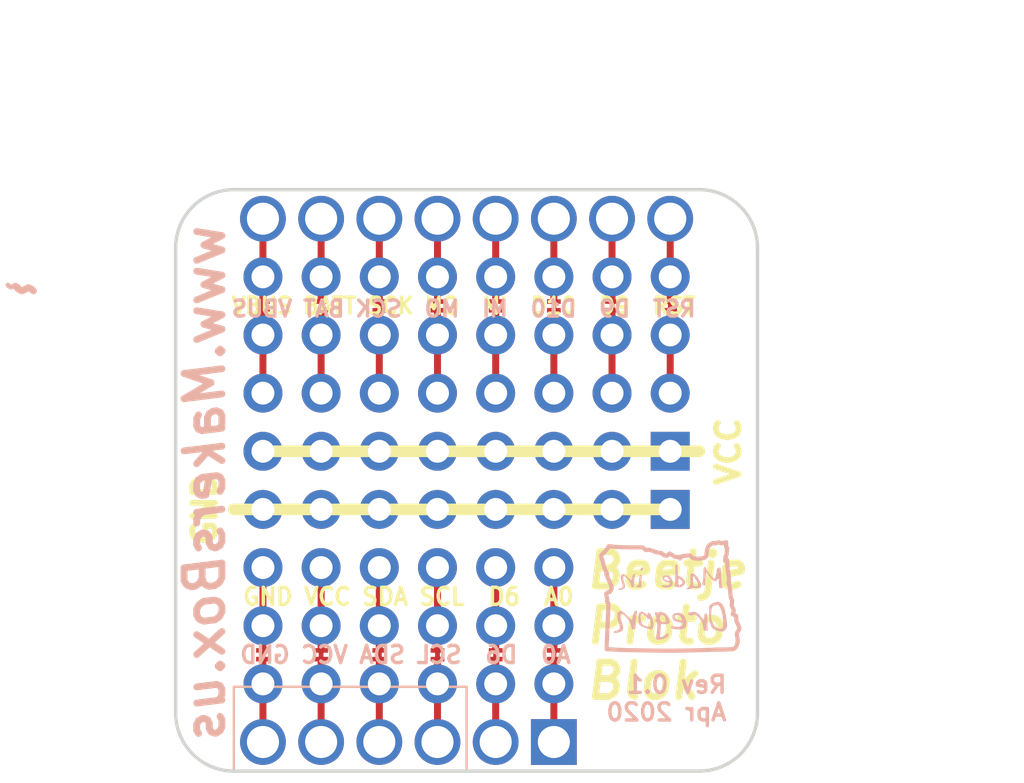
<source format=kicad_pcb>
(kicad_pcb (version 4) (host pcbnew 4.0.6)

  (general
    (links 100)
    (no_connects 24)
    (area 140.894999 85.014999 166.445001 110.565001)
    (thickness 1.6)
    (drawings 21)
    (tracks 77)
    (zones 0)
    (modules 33)
    (nets 15)
  )

  (page A)
  (title_block
    (title "Beetje 32U4 Blok")
    (date 2018-08-10)
    (rev 0.0)
    (company www.MakersBox.us)
    (comment 1 648.ken@gmail.com)
  )

  (layers
    (0 F.Cu signal)
    (31 B.Cu signal)
    (32 B.Adhes user)
    (33 F.Adhes user)
    (34 B.Paste user)
    (35 F.Paste user)
    (36 B.SilkS user)
    (37 F.SilkS user)
    (38 B.Mask user)
    (39 F.Mask user)
    (40 Dwgs.User user)
    (41 Cmts.User user)
    (42 Eco1.User user)
    (43 Eco2.User user)
    (44 Edge.Cuts user)
    (45 Margin user)
    (46 B.CrtYd user)
    (47 F.CrtYd user)
    (48 B.Fab user hide)
    (49 F.Fab user hide)
  )

  (setup
    (last_trace_width 0.25)
    (user_trace_width 0.2032)
    (user_trace_width 0.3048)
    (user_trace_width 0.4064)
    (user_trace_width 0.6096)
    (trace_clearance 0.2)
    (zone_clearance 0.35)
    (zone_45_only no)
    (trace_min 0.2)
    (segment_width 0.508)
    (edge_width 0.15)
    (via_size 0.6)
    (via_drill 0.4)
    (via_min_size 0.4)
    (via_min_drill 0.3)
    (uvia_size 0.3)
    (uvia_drill 0.1)
    (uvias_allowed no)
    (uvia_min_size 0.2)
    (uvia_min_drill 0.1)
    (pcb_text_width 0.3)
    (pcb_text_size 1.5 1.5)
    (mod_edge_width 0.15)
    (mod_text_size 1 1)
    (mod_text_width 0.15)
    (pad_size 1.7 1.7)
    (pad_drill 0.508)
    (pad_to_mask_clearance 0)
    (aux_axis_origin 0 0)
    (visible_elements 7FFEFFFF)
    (pcbplotparams
      (layerselection 0x00030_80000001)
      (usegerberextensions false)
      (excludeedgelayer true)
      (linewidth 0.100000)
      (plotframeref false)
      (viasonmask false)
      (mode 1)
      (useauxorigin false)
      (hpglpennumber 1)
      (hpglpenspeed 20)
      (hpglpendiameter 15)
      (hpglpenoverlay 2)
      (psnegative false)
      (psa4output false)
      (plotreference true)
      (plotvalue true)
      (plotinvisibletext false)
      (padsonsilk false)
      (subtractmaskfromsilk false)
      (outputformat 1)
      (mirror false)
      (drillshape 0)
      (scaleselection 1)
      (outputdirectory ""))
  )

  (net 0 "")
  (net 1 GND)
  (net 2 VBUS)
  (net 3 +BATT)
  (net 4 /D10)
  (net 5 /D9)
  (net 6 /A0)
  (net 7 /A1)
  (net 8 /~RESET)
  (net 9 VCC)
  (net 10 /D2)
  (net 11 /D3)
  (net 12 /D14)
  (net 13 /D16)
  (net 14 /D15)

  (net_class Default "This is the default net class."
    (clearance 0.2)
    (trace_width 0.25)
    (via_dia 0.6)
    (via_drill 0.4)
    (uvia_dia 0.3)
    (uvia_drill 0.1)
    (add_net +BATT)
    (add_net /A0)
    (add_net /A1)
    (add_net /D10)
    (add_net /D14)
    (add_net /D15)
    (add_net /D16)
    (add_net /D2)
    (add_net /D3)
    (add_net /D9)
    (add_net /~RESET)
    (add_net GND)
    (add_net VBUS)
    (add_net VCC)
  )

  (module footprints:Beetje_Bottom (layer F.Cu) (tedit 5E729944) (tstamp 5B6E0692)
    (at 157.48 109.22 270)
    (descr "Through hole straight pin header, 1x06, 2.54mm pitch, single row")
    (tags "Through hole pin header THT 1x06 2.54mm single row")
    (path /5B6D5224)
    (fp_text reference J2 (at 2.286 -1.27 360) (layer F.SilkS) hide
      (effects (font (size 1 1) (thickness 0.15)))
    )
    (fp_text value Conn_01x06 (at 2.286 9.525 360) (layer F.Fab)
      (effects (font (size 1 1) (thickness 0.15)))
    )
    (fp_line (start 1.27 13.97) (end -2.413 13.97) (layer B.SilkS) (width 0.1))
    (fp_line (start -2.413 13.97) (end -2.413 3.81) (layer B.SilkS) (width 0.1))
    (fp_line (start -2.413 3.81) (end 1.27 3.81) (layer B.SilkS) (width 0.1))
    (fp_line (start 1.143 13.97) (end -2.413 13.97) (layer F.SilkS) (width 0.1))
    (fp_line (start -2.413 13.97) (end -2.413 3.81) (layer F.SilkS) (width 0.1))
    (fp_line (start -2.413 3.81) (end 1.143 3.81) (layer F.SilkS) (width 0.1))
    (fp_text user "A0  D6  SCL SDA VCC GND" (at -3.81 6.477 360) (layer B.SilkS)
      (effects (font (size 0.75 0.7) (thickness 0.15)) (justify mirror))
    )
    (fp_text user "GND VCC SDA SCL  D6  A0" (at -6.35 6.35 360) (layer F.SilkS)
      (effects (font (size 0.75 0.7) (thickness 0.15)))
    )
    (fp_line (start -0.635 -1.27) (end 1.27 -1.27) (layer F.Fab) (width 0.1))
    (fp_line (start 1.27 -1.27) (end 1.27 13.97) (layer F.Fab) (width 0.1))
    (fp_line (start 1.27 13.97) (end -1.27 13.97) (layer F.Fab) (width 0.1))
    (fp_line (start -1.27 13.97) (end -1.27 -0.635) (layer F.Fab) (width 0.1))
    (fp_line (start -1.27 -0.635) (end -0.635 -1.27) (layer F.Fab) (width 0.1))
    (fp_line (start -1.8 -1.8) (end -1.8 14.5) (layer F.CrtYd) (width 0.05))
    (fp_line (start -1.8 14.5) (end 1.8 14.5) (layer F.CrtYd) (width 0.05))
    (fp_line (start 1.8 14.5) (end 1.8 -1.8) (layer F.CrtYd) (width 0.05))
    (fp_line (start 1.8 -1.8) (end -1.8 -1.8) (layer F.CrtYd) (width 0.05))
    (fp_text user %R (at 0 6.35 360) (layer F.Fab)
      (effects (font (size 1 1) (thickness 0.15)))
    )
    (pad 1 thru_hole rect (at 0 0 270) (size 2 2) (drill 1.4) (layers *.Cu *.Mask)
      (net 5 /D9))
    (pad 2 thru_hole oval (at 0 2.54 270) (size 2 2) (drill 1.4) (layers *.Cu *.Mask)
      (net 10 /D2))
    (pad 3 thru_hole oval (at 0 5.08 270) (size 2 2) (drill 1.4) (layers *.Cu *.Mask)
      (net 11 /D3))
    (pad 4 thru_hole oval (at 0 7.62 270) (size 2 2) (drill 1.4) (layers *.Cu *.Mask)
      (net 12 /D14))
    (pad 5 thru_hole oval (at 0 10.16 270) (size 2 2) (drill 1.4) (layers *.Cu *.Mask)
      (net 13 /D16))
    (pad 6 thru_hole oval (at 0 12.7 270) (size 2 2) (drill 1.4) (layers *.Cu *.Mask)
      (net 14 /D15))
  )

  (module footprints:Pin_Header_Straight_1x08_Pitch2.54mm (layer F.Cu) (tedit 5B6DE634) (tstamp 5B71129E)
    (at 162.56 96.52 270)
    (descr "Through hole straight pin header, 1x08, 2.54mm pitch, single row")
    (tags "Through hole pin header THT 1x08 2.54mm single row")
    (path /5B71114F)
    (fp_text reference J1 (at -2.286 0.127 360) (layer F.SilkS) hide
      (effects (font (size 1 1) (thickness 0.15)))
    )
    (fp_text value Conn_01x08 (at -2.413 14.605 360) (layer F.Fab)
      (effects (font (size 1 1) (thickness 0.15)))
    )
    (fp_line (start -0.635 -1.27) (end 1.27 -1.27) (layer F.Fab) (width 0.1))
    (fp_line (start 1.27 -1.27) (end 1.27 19.05) (layer F.Fab) (width 0.1))
    (fp_line (start 1.27 19.05) (end -1.27 19.05) (layer F.Fab) (width 0.1))
    (fp_line (start -1.27 19.05) (end -1.27 -0.635) (layer F.Fab) (width 0.1))
    (fp_line (start -1.27 -0.635) (end -0.635 -1.27) (layer F.Fab) (width 0.1))
    (fp_line (start -1.8 -1.8) (end -1.8 19.55) (layer F.CrtYd) (width 0.05))
    (fp_line (start -1.8 19.55) (end 1.8 19.55) (layer F.CrtYd) (width 0.05))
    (fp_line (start 1.8 19.55) (end 1.8 -1.8) (layer F.CrtYd) (width 0.05))
    (fp_line (start 1.8 -1.8) (end -1.8 -1.8) (layer F.CrtYd) (width 0.05))
    (fp_text user %R (at 0 8.89 360) (layer F.Fab)
      (effects (font (size 1 1) (thickness 0.15)))
    )
    (pad 1 thru_hole rect (at 0 0 270) (size 1.7 1.7) (drill 1) (layers *.Cu *.Mask)
      (net 9 VCC))
    (pad 2 thru_hole oval (at 0 2.54 270) (size 1.7 1.7) (drill 1) (layers *.Cu *.Mask)
      (net 9 VCC))
    (pad 3 thru_hole oval (at 0 5.08 270) (size 1.7 1.7) (drill 1) (layers *.Cu *.Mask)
      (net 9 VCC))
    (pad 4 thru_hole oval (at 0 7.62 270) (size 1.7 1.7) (drill 1) (layers *.Cu *.Mask)
      (net 9 VCC))
    (pad 5 thru_hole oval (at 0 10.16 270) (size 1.7 1.7) (drill 1) (layers *.Cu *.Mask)
      (net 9 VCC))
    (pad 6 thru_hole oval (at 0 12.7 270) (size 1.7 1.7) (drill 1) (layers *.Cu *.Mask)
      (net 9 VCC))
    (pad 7 thru_hole oval (at 0 15.24 270) (size 1.7 1.7) (drill 1) (layers *.Cu *.Mask)
      (net 9 VCC))
    (pad 8 thru_hole oval (at 0 17.78 270) (size 1.7 1.7) (drill 1) (layers *.Cu *.Mask)
      (net 9 VCC))
    (model ${KISYS3DMOD}/Pin_Headers.3dshapes/Pin_Header_Straight_1x08_Pitch2.54mm.wrl
      (at (xyz 0 0 0))
      (scale (xyz 1 1 1))
      (rotate (xyz 0 0 0))
    )
  )

  (module footprints:Pin_Header_Straight_1x08_Pitch2.54mm (layer F.Cu) (tedit 5B6DE634) (tstamp 5B7112B4)
    (at 162.56 99.06 270)
    (descr "Through hole straight pin header, 1x08, 2.54mm pitch, single row")
    (tags "Through hole pin header THT 1x08 2.54mm single row")
    (path /5B7111A8)
    (fp_text reference J3 (at -2.286 0.127 360) (layer F.SilkS) hide
      (effects (font (size 1 1) (thickness 0.15)))
    )
    (fp_text value Conn_01x08 (at -2.413 14.605 360) (layer F.Fab)
      (effects (font (size 1 1) (thickness 0.15)))
    )
    (fp_line (start -0.635 -1.27) (end 1.27 -1.27) (layer F.Fab) (width 0.1))
    (fp_line (start 1.27 -1.27) (end 1.27 19.05) (layer F.Fab) (width 0.1))
    (fp_line (start 1.27 19.05) (end -1.27 19.05) (layer F.Fab) (width 0.1))
    (fp_line (start -1.27 19.05) (end -1.27 -0.635) (layer F.Fab) (width 0.1))
    (fp_line (start -1.27 -0.635) (end -0.635 -1.27) (layer F.Fab) (width 0.1))
    (fp_line (start -1.8 -1.8) (end -1.8 19.55) (layer F.CrtYd) (width 0.05))
    (fp_line (start -1.8 19.55) (end 1.8 19.55) (layer F.CrtYd) (width 0.05))
    (fp_line (start 1.8 19.55) (end 1.8 -1.8) (layer F.CrtYd) (width 0.05))
    (fp_line (start 1.8 -1.8) (end -1.8 -1.8) (layer F.CrtYd) (width 0.05))
    (fp_text user %R (at 0 8.89 360) (layer F.Fab)
      (effects (font (size 1 1) (thickness 0.15)))
    )
    (pad 1 thru_hole rect (at 0 0 270) (size 1.7 1.7) (drill 1) (layers *.Cu *.Mask)
      (net 1 GND))
    (pad 2 thru_hole oval (at 0 2.54 270) (size 1.7 1.7) (drill 1) (layers *.Cu *.Mask)
      (net 1 GND))
    (pad 3 thru_hole oval (at 0 5.08 270) (size 1.7 1.7) (drill 1) (layers *.Cu *.Mask)
      (net 1 GND))
    (pad 4 thru_hole oval (at 0 7.62 270) (size 1.7 1.7) (drill 1) (layers *.Cu *.Mask)
      (net 1 GND))
    (pad 5 thru_hole oval (at 0 10.16 270) (size 1.7 1.7) (drill 1) (layers *.Cu *.Mask)
      (net 1 GND))
    (pad 6 thru_hole oval (at 0 12.7 270) (size 1.7 1.7) (drill 1) (layers *.Cu *.Mask)
      (net 1 GND))
    (pad 7 thru_hole oval (at 0 15.24 270) (size 1.7 1.7) (drill 1) (layers *.Cu *.Mask)
      (net 1 GND))
    (pad 8 thru_hole oval (at 0 17.78 270) (size 1.7 1.7) (drill 1) (layers *.Cu *.Mask)
      (net 1 GND))
    (model ${KISYS3DMOD}/Pin_Headers.3dshapes/Pin_Header_Straight_1x08_Pitch2.54mm.wrl
      (at (xyz 0 0 0))
      (scale (xyz 1 1 1))
      (rotate (xyz 0 0 0))
    )
  )

  (module footprints:MadeInOregonRev25 (layer F.Cu) (tedit 0) (tstamp 5B6E1802)
    (at 162.56 102.87)
    (fp_text reference VAL (at 0 0) (layer F.SilkS) hide
      (effects (font (size 1.143 1.143) (thickness 0.1778)))
    )
    (fp_text value MadeInOregonRev25 (at 0 0) (layer F.SilkS) hide
      (effects (font (size 1.143 1.143) (thickness 0.1778)))
    )
    (fp_poly (pts (xy -3.09626 -1.76022) (xy -3.09626 -1.72212) (xy -3.09372 -1.69672) (xy -3.09118 -1.67386)
      (xy -3.0861 -1.65608) (xy -3.07594 -1.63576) (xy -3.0734 -1.62814) (xy -3.0607 -1.6002)
      (xy -3.05054 -1.5748) (xy -3.04038 -1.54432) (xy -3.03022 -1.50876) (xy -3.02006 -1.46304)
      (xy -3.00736 -1.4097) (xy -3.00228 -1.39192) (xy -2.98704 -1.31826) (xy -2.96926 -1.2573)
      (xy -2.95402 -1.20396) (xy -2.9337 -1.15824) (xy -2.91338 -1.1176) (xy -2.91338 -1.74752)
      (xy -2.91338 -1.76276) (xy -2.91084 -1.77546) (xy -2.90322 -1.78816) (xy -2.89052 -1.8034)
      (xy -2.86766 -1.82118) (xy -2.8575 -1.83134) (xy -2.82956 -1.8542) (xy -2.80416 -1.8796)
      (xy -2.78638 -1.90246) (xy -2.77876 -1.91008) (xy -2.76606 -1.92786) (xy -2.74574 -1.95326)
      (xy -2.72034 -1.98374) (xy -2.69494 -2.01422) (xy -2.6924 -2.01676) (xy -2.66954 -2.0447)
      (xy -2.64922 -2.0701) (xy -2.63652 -2.08788) (xy -2.6289 -2.09804) (xy -2.6289 -2.10058)
      (xy -2.62382 -2.10566) (xy -2.60604 -2.10566) (xy -2.58064 -2.10566) (xy -2.55016 -2.10058)
      (xy -2.51968 -2.0955) (xy -2.50952 -2.09296) (xy -2.49682 -2.09042) (xy -2.48412 -2.08534)
      (xy -2.46888 -2.08534) (xy -2.4511 -2.0828) (xy -2.4257 -2.08026) (xy -2.39268 -2.07772)
      (xy -2.35458 -2.07772) (xy -2.30632 -2.07518) (xy -2.2479 -2.07518) (xy -2.17678 -2.07264)
      (xy -2.09296 -2.0701) (xy -2.03962 -2.0701) (xy -1.95326 -2.06756) (xy -1.8669 -2.06756)
      (xy -1.78054 -2.06502) (xy -1.69672 -2.06502) (xy -1.61798 -2.06248) (xy -1.54686 -2.06248)
      (xy -1.48336 -2.06248) (xy -1.4351 -2.06248) (xy -1.4224 -2.06248) (xy -1.22936 -2.06248)
      (xy -1.1684 -2.00152) (xy -1.10744 -1.9431) (xy -1.0668 -1.9431) (xy -1.03886 -1.9431)
      (xy -1.0033 -1.94564) (xy -0.97536 -1.95072) (xy -0.94234 -1.95326) (xy -0.91186 -1.95072)
      (xy -0.87884 -1.94564) (xy -0.8382 -1.93548) (xy -0.79248 -1.9177) (xy -0.7366 -1.89484)
      (xy -0.72136 -1.88976) (xy -0.67818 -1.86944) (xy -0.64516 -1.85674) (xy -0.61722 -1.84912)
      (xy -0.59182 -1.84404) (xy -0.56388 -1.83896) (xy -0.5461 -1.83642) (xy -0.50038 -1.83134)
      (xy -0.46482 -1.82626) (xy -0.43688 -1.81864) (xy -0.41656 -1.80848) (xy -0.39624 -1.79578)
      (xy -0.37592 -1.77546) (xy -0.37338 -1.77292) (xy -0.35052 -1.7526) (xy -0.32512 -1.73482)
      (xy -0.30734 -1.72212) (xy -0.30734 -1.72212) (xy -0.28702 -1.71704) (xy -0.25654 -1.71196)
      (xy -0.22098 -1.70434) (xy -0.18288 -1.7018) (xy -0.14986 -1.69672) (xy -0.12446 -1.69672)
      (xy -0.10922 -1.69926) (xy -0.09652 -1.70688) (xy -0.07366 -1.71958) (xy -0.05334 -1.73736)
      (xy -0.03048 -1.75768) (xy -0.01524 -1.7653) (xy -0.00508 -1.76784) (xy 0 -1.7653)
      (xy 0.01016 -1.75768) (xy 0.03048 -1.74498) (xy 0.05842 -1.7272) (xy 0.0889 -1.70688)
      (xy 0.09652 -1.7018) (xy 0.18288 -1.64846) (xy 0.25908 -1.64592) (xy 0.29464 -1.64338)
      (xy 0.3175 -1.64084) (xy 0.3302 -1.6383) (xy 0.34036 -1.63322) (xy 0.34544 -1.6256)
      (xy 0.34798 -1.62052) (xy 0.3683 -1.59766) (xy 0.39624 -1.58242) (xy 0.42672 -1.5748)
      (xy 0.4318 -1.5748) (xy 0.45974 -1.58242) (xy 0.48768 -1.6002) (xy 0.51562 -1.63068)
      (xy 0.52578 -1.64338) (xy 0.53848 -1.65608) (xy 0.5461 -1.66624) (xy 0.55626 -1.67386)
      (xy 0.56896 -1.68148) (xy 0.58928 -1.68402) (xy 0.61468 -1.6891) (xy 0.65278 -1.69418)
      (xy 0.70104 -1.69672) (xy 0.71628 -1.69926) (xy 0.8255 -1.70942) (xy 0.85598 -1.68148)
      (xy 0.89154 -1.64846) (xy 0.9271 -1.62306) (xy 0.95758 -1.60274) (xy 0.96774 -1.59766)
      (xy 0.9906 -1.59258) (xy 1.02362 -1.5875) (xy 1.0668 -1.58242) (xy 1.11252 -1.57734)
      (xy 1.16332 -1.57226) (xy 1.21158 -1.56972) (xy 1.2573 -1.56972) (xy 1.25984 -1.56972)
      (xy 1.3081 -1.56972) (xy 1.35128 -1.5748) (xy 1.39446 -1.57988) (xy 1.44272 -1.59004)
      (xy 1.48844 -1.6002) (xy 1.52146 -1.61036) (xy 1.54686 -1.62306) (xy 1.56972 -1.63576)
      (xy 1.59258 -1.65608) (xy 1.61798 -1.68148) (xy 1.63576 -1.7018) (xy 1.651 -1.72212)
      (xy 1.65862 -1.74498) (xy 1.66624 -1.77292) (xy 1.67386 -1.80848) (xy 1.6764 -1.85166)
      (xy 1.68148 -1.90246) (xy 1.6891 -1.9812) (xy 1.7018 -2.04978) (xy 1.72212 -2.10566)
      (xy 1.74752 -2.15138) (xy 1.75006 -2.15646) (xy 1.77546 -2.18186) (xy 1.81356 -2.2098)
      (xy 1.82626 -2.21742) (xy 1.8542 -2.23012) (xy 1.87706 -2.24028) (xy 1.89484 -2.24282)
      (xy 1.9177 -2.24282) (xy 1.92024 -2.24282) (xy 1.95834 -2.24282) (xy 2.00152 -2.25044)
      (xy 2.032 -2.25806) (xy 2.0701 -2.27076) (xy 2.09804 -2.27584) (xy 2.11582 -2.27838)
      (xy 2.13106 -2.2733) (xy 2.1463 -2.26822) (xy 2.15392 -2.26314) (xy 2.1844 -2.2479)
      (xy 2.22758 -2.24282) (xy 2.27584 -2.2479) (xy 2.29108 -2.25298) (xy 2.31394 -2.25806)
      (xy 2.33426 -2.26314) (xy 2.34188 -2.26314) (xy 2.34188 -2.25806) (xy 2.34442 -2.23774)
      (xy 2.34442 -2.21488) (xy 2.34442 -2.21234) (xy 2.34442 -2.1844) (xy 2.34696 -2.16408)
      (xy 2.35204 -2.1463) (xy 2.36474 -2.12852) (xy 2.3876 -2.0955) (xy 2.37998 -1.97612)
      (xy 2.37744 -1.9304) (xy 2.37236 -1.89738) (xy 2.36982 -1.87198) (xy 2.36474 -1.8542)
      (xy 2.35966 -1.83896) (xy 2.35204 -1.82372) (xy 2.34696 -1.8161) (xy 2.33172 -1.78562)
      (xy 2.3241 -1.75768) (xy 2.3241 -1.73736) (xy 2.32156 -1.70942) (xy 2.31902 -1.68656)
      (xy 2.31648 -1.67894) (xy 2.31394 -1.66116) (xy 2.30886 -1.63576) (xy 2.30886 -1.60274)
      (xy 2.30886 -1.59004) (xy 2.30886 -1.55702) (xy 2.30886 -1.5367) (xy 2.31394 -1.52146)
      (xy 2.32156 -1.5113) (xy 2.33172 -1.4986) (xy 2.33426 -1.49606) (xy 2.35458 -1.48082)
      (xy 2.3749 -1.4732) (xy 2.37744 -1.47066) (xy 2.3876 -1.47066) (xy 2.39268 -1.46558)
      (xy 2.39776 -1.45034) (xy 2.4003 -1.42494) (xy 2.40284 -1.39192) (xy 2.40538 -1.35382)
      (xy 2.40538 -1.33096) (xy 2.40792 -1.28778) (xy 2.413 -1.2319) (xy 2.42062 -1.16078)
      (xy 2.43332 -1.07442) (xy 2.4511 -0.97536) (xy 2.4511 -0.96774) (xy 2.45872 -0.92456)
      (xy 2.4638 -0.88392) (xy 2.46888 -0.85344) (xy 2.47142 -0.83058) (xy 2.47396 -0.82296)
      (xy 2.47396 -0.81026) (xy 2.47142 -0.7874) (xy 2.47142 -0.75692) (xy 2.46888 -0.72644)
      (xy 2.46888 -0.69342) (xy 2.46634 -0.66294) (xy 2.4638 -0.64262) (xy 2.46126 -0.635)
      (xy 2.4511 -0.6096) (xy 2.44856 -0.57912) (xy 2.4511 -0.54864) (xy 2.46126 -0.52324)
      (xy 2.4765 -0.51054) (xy 2.48412 -0.49784) (xy 2.49174 -0.47244) (xy 2.5019 -0.4318)
      (xy 2.50952 -0.37592) (xy 2.51968 -0.30734) (xy 2.5273 -0.2286) (xy 2.53238 -0.16764)
      (xy 2.53746 -0.1143) (xy 2.54254 -0.0635) (xy 2.54762 -0.02032) (xy 2.5527 0.01524)
      (xy 2.55524 0.04064) (xy 2.55778 0.05334) (xy 2.56794 0.07366) (xy 2.5781 0.1016)
      (xy 2.58826 0.127) (xy 2.59588 0.14732) (xy 2.6035 0.16256) (xy 2.60604 0.18034)
      (xy 2.60858 0.20066) (xy 2.60858 0.22606) (xy 2.60604 0.25908) (xy 2.6035 0.3048)
      (xy 2.6035 0.32512) (xy 2.60096 0.37084) (xy 2.60096 0.4064) (xy 2.60604 0.43434)
      (xy 2.61366 0.45974) (xy 2.62636 0.48768) (xy 2.64668 0.5207) (xy 2.66446 0.5588)
      (xy 2.67462 0.58674) (xy 2.6797 0.61468) (xy 2.67462 0.64262) (xy 2.66446 0.68072)
      (xy 2.65938 0.69088) (xy 2.64668 0.72898) (xy 2.63906 0.75946) (xy 2.63906 0.77978)
      (xy 2.6416 0.79756) (xy 2.64922 0.8128) (xy 2.64922 0.81534) (xy 2.66446 0.83058)
      (xy 2.68986 0.84836) (xy 2.72034 0.86614) (xy 2.75336 0.87884) (xy 2.77368 0.88646)
      (xy 2.794 0.89154) (xy 2.794 0.98044) (xy 2.794 1.07188) (xy 2.82448 1.13538)
      (xy 2.8575 1.20396) (xy 2.8829 1.26238) (xy 2.90322 1.31064) (xy 2.91592 1.3462)
      (xy 2.921 1.36652) (xy 2.92354 1.3843) (xy 2.92354 1.39954) (xy 2.91592 1.41478)
      (xy 2.90068 1.4351) (xy 2.90068 1.43764) (xy 2.87274 1.47828) (xy 2.84988 1.51638)
      (xy 2.8321 1.5621) (xy 2.82448 1.59004) (xy 2.80924 1.64338) (xy 2.8321 1.74244)
      (xy 2.84734 1.80848) (xy 2.85496 1.86182) (xy 2.86004 1.90754) (xy 2.86004 1.94818)
      (xy 2.85242 1.98628) (xy 2.84226 2.02438) (xy 2.84226 2.02438) (xy 2.82702 2.06756)
      (xy 2.81432 2.10566) (xy 2.79908 2.13868) (xy 2.78892 2.16154) (xy 2.77876 2.1717)
      (xy 2.77876 2.17424) (xy 2.7686 2.17678) (xy 2.74828 2.1844) (xy 2.74066 2.18948)
      (xy 2.7178 2.1971) (xy 2.68224 2.20472) (xy 2.63398 2.2098) (xy 2.57302 2.21234)
      (xy 2.49682 2.21488) (xy 2.40792 2.21742) (xy 2.30632 2.21742) (xy 2.29616 2.21742)
      (xy 2.24028 2.21996) (xy 2.17424 2.21996) (xy 2.10058 2.2225) (xy 2.02184 2.2225)
      (xy 1.9431 2.22504) (xy 1.86944 2.23012) (xy 1.84912 2.23012) (xy 1.6129 2.23774)
      (xy 1.38684 2.2479) (xy 1.16332 2.25298) (xy 0.9398 2.25806) (xy 0.71882 2.26314)
      (xy 0.4953 2.26568) (xy 0.26924 2.26822) (xy 0.03556 2.26822) (xy -0.2032 2.26822)
      (xy -0.45466 2.26822) (xy -0.71628 2.26568) (xy -0.84836 2.26314) (xy -1.03378 2.2606)
      (xy -1.20396 2.25806) (xy -1.36144 2.25552) (xy -1.50622 2.25298) (xy -1.64084 2.25044)
      (xy -1.7653 2.2479) (xy -1.88214 2.24536) (xy -1.98882 2.24282) (xy -2.08788 2.23774)
      (xy -2.17932 2.2352) (xy -2.26822 2.23266) (xy -2.35204 2.22758) (xy -2.39776 2.22504)
      (xy -2.46126 2.2225) (xy -2.51968 2.21742) (xy -2.57302 2.21488) (xy -2.61874 2.21234)
      (xy -2.65176 2.2098) (xy -2.67462 2.2098) (xy -2.68732 2.2098) (xy -2.68732 2.2098)
      (xy -2.68732 2.20218) (xy -2.68478 2.17932) (xy -2.68478 2.1463) (xy -2.68224 2.09804)
      (xy -2.6797 2.03962) (xy -2.67716 1.97104) (xy -2.67208 1.8923) (xy -2.66954 1.80594)
      (xy -2.66446 1.70942) (xy -2.65938 1.60782) (xy -2.65684 1.50114) (xy -2.65176 1.38684)
      (xy -2.64414 1.27) (xy -2.64414 1.25476) (xy -2.63906 1.11506) (xy -2.63398 0.98806)
      (xy -2.6289 0.87376) (xy -2.62382 0.77216) (xy -2.61874 0.68326) (xy -2.6162 0.60452)
      (xy -2.61366 0.53848) (xy -2.61112 0.47752) (xy -2.61112 0.42926) (xy -2.61112 0.38608)
      (xy -2.61112 0.35306) (xy -2.61112 0.32258) (xy -2.61112 0.29972) (xy -2.61366 0.28194)
      (xy -2.6162 0.2667) (xy -2.61874 0.25654) (xy -2.62128 0.24638) (xy -2.62636 0.23876)
      (xy -2.63144 0.23368) (xy -2.63652 0.22606) (xy -2.6416 0.21844) (xy -2.6543 0.2032)
      (xy -2.66192 0.18796) (xy -2.66446 0.17272) (xy -2.66192 0.14732) (xy -2.66192 0.13716)
      (xy -2.66192 0.1016) (xy -2.66446 0.06858) (xy -2.67462 0.02794) (xy -2.67462 0.0254)
      (xy -2.68732 -0.01778) (xy -2.69494 -0.04826) (xy -2.69748 -0.07112) (xy -2.69748 -0.08382)
      (xy -2.69494 -0.09398) (xy -2.68732 -0.09906) (xy -2.68732 -0.1016) (xy -2.66954 -0.10668)
      (xy -2.64668 -0.1143) (xy -2.63652 -0.1143) (xy -2.60858 -0.12192) (xy -2.58572 -0.13208)
      (xy -2.5654 -0.14732) (xy -2.54762 -0.17018) (xy -2.52476 -0.20574) (xy -2.50698 -0.2413)
      (xy -2.4638 -0.3302) (xy -2.47142 -0.40894) (xy -2.4765 -0.43942) (xy -2.48158 -0.46736)
      (xy -2.4892 -0.49276) (xy -2.49682 -0.5207) (xy -2.50952 -0.55626) (xy -2.52984 -0.59944)
      (xy -2.53492 -0.61214) (xy -2.55524 -0.66294) (xy -2.5781 -0.71374) (xy -2.60096 -0.76708)
      (xy -2.62128 -0.8128) (xy -2.63144 -0.83058) (xy -2.64668 -0.86868) (xy -2.65938 -0.89662)
      (xy -2.667 -0.91694) (xy -2.66954 -0.92964) (xy -2.667 -0.9398) (xy -2.667 -0.94996)
      (xy -2.65938 -0.97536) (xy -2.65938 -1.00584) (xy -2.66954 -1.03886) (xy -2.68732 -1.0795)
      (xy -2.71272 -1.12776) (xy -2.71526 -1.1303) (xy -2.73812 -1.17094) (xy -2.75844 -1.2065)
      (xy -2.77368 -1.23698) (xy -2.78384 -1.26746) (xy -2.79654 -1.30048) (xy -2.8067 -1.34112)
      (xy -2.81686 -1.38684) (xy -2.82702 -1.43256) (xy -2.84226 -1.49606) (xy -2.85496 -1.54686)
      (xy -2.86512 -1.5875) (xy -2.87528 -1.62052) (xy -2.88544 -1.64846) (xy -2.89306 -1.67132)
      (xy -2.90068 -1.68148) (xy -2.9083 -1.70942) (xy -2.91338 -1.7399) (xy -2.91338 -1.74752)
      (xy -2.91338 -1.1176) (xy -2.91084 -1.11506) (xy -2.90576 -1.09982) (xy -2.88798 -1.07188)
      (xy -2.87782 -1.04902) (xy -2.87274 -1.03632) (xy -2.87274 -1.02616) (xy -2.87782 -1.016)
      (xy -2.88036 -0.99822) (xy -2.8829 -0.98044) (xy -2.87782 -0.95758) (xy -2.8702 -0.92964)
      (xy -2.85496 -0.89408) (xy -2.83464 -0.84582) (xy -2.8194 -0.81534) (xy -2.78384 -0.73406)
      (xy -2.74828 -0.65786) (xy -2.72034 -0.58928) (xy -2.69494 -0.52832) (xy -2.67462 -0.47752)
      (xy -2.66192 -0.43688) (xy -2.6543 -0.40894) (xy -2.6543 -0.4064) (xy -2.64922 -0.37846)
      (xy -2.65176 -0.36068) (xy -2.65684 -0.34036) (xy -2.66446 -0.32766) (xy -2.67462 -0.30734)
      (xy -2.68732 -0.29464) (xy -2.70256 -0.28702) (xy -2.72542 -0.28194) (xy -2.73812 -0.2794)
      (xy -2.75336 -0.27686) (xy -2.77114 -0.2667) (xy -2.78892 -0.25146) (xy -2.81686 -0.22606)
      (xy -2.82448 -0.2159) (xy -2.84988 -0.1905) (xy -2.86766 -0.17272) (xy -2.87782 -0.16002)
      (xy -2.8829 -0.14732) (xy -2.8829 -0.13208) (xy -2.8829 -0.12192) (xy -2.88036 -0.06858)
      (xy -2.86766 -0.00762) (xy -2.85242 0.05588) (xy -2.8448 0.08382) (xy -2.84226 0.10668)
      (xy -2.84226 0.12954) (xy -2.8448 0.16002) (xy -2.84734 0.1651) (xy -2.84988 0.19812)
      (xy -2.84988 0.22606) (xy -2.84226 0.24892) (xy -2.82448 0.27686) (xy -2.8067 0.29972)
      (xy -2.78384 0.32766) (xy -2.82702 1.3081) (xy -2.8321 1.42748) (xy -2.83718 1.54432)
      (xy -2.84226 1.65608) (xy -2.84734 1.76276) (xy -2.84988 1.86182) (xy -2.85496 1.95326)
      (xy -2.8575 2.03708) (xy -2.86004 2.11074) (xy -2.86258 2.17424) (xy -2.86512 2.22758)
      (xy -2.86512 2.26822) (xy -2.86512 2.29616) (xy -2.86512 2.3114) (xy -2.86512 2.3114)
      (xy -2.85496 2.3368) (xy -2.83464 2.35966) (xy -2.81178 2.3749) (xy -2.8067 2.37744)
      (xy -2.794 2.37998) (xy -2.76606 2.38252) (xy -2.72796 2.38506) (xy -2.6797 2.39014)
      (xy -2.62128 2.39268) (xy -2.55778 2.39776) (xy -2.48412 2.4003) (xy -2.40792 2.40538)
      (xy -2.32664 2.40792) (xy -2.24536 2.413) (xy -2.16154 2.41554) (xy -2.08026 2.41808)
      (xy -1.99898 2.42062) (xy -1.92278 2.42316) (xy -1.85166 2.4257) (xy -1.80848 2.42824)
      (xy -1.74752 2.42824) (xy -1.67386 2.43078) (xy -1.59004 2.43078) (xy -1.4986 2.43332)
      (xy -1.397 2.43586) (xy -1.29032 2.43586) (xy -1.1811 2.4384) (xy -1.0668 2.4384)
      (xy -0.95504 2.44094) (xy -0.84582 2.44348) (xy -0.80264 2.44348) (xy -0.70104 2.44348)
      (xy -0.59944 2.44602) (xy -0.50038 2.44602) (xy -0.40386 2.44856) (xy -0.31496 2.44856)
      (xy -0.23114 2.44856) (xy -0.15748 2.4511) (xy -0.09398 2.4511) (xy -0.04064 2.4511)
      (xy 0 2.4511) (xy 0.02286 2.4511) (xy 0.05842 2.4511) (xy 0.10922 2.4511)
      (xy 0.17018 2.4511) (xy 0.2413 2.4511) (xy 0.3175 2.4511) (xy 0.39878 2.44856)
      (xy 0.4826 2.44856) (xy 0.56642 2.44602) (xy 0.60198 2.44602) (xy 0.75692 2.44348)
      (xy 0.90678 2.4384) (xy 1.0541 2.43586) (xy 1.1938 2.43078) (xy 1.32588 2.42824)
      (xy 1.45034 2.42316) (xy 1.56464 2.42062) (xy 1.66624 2.41808) (xy 1.7526 2.413)
      (xy 1.77038 2.413) (xy 1.82626 2.41046) (xy 1.8923 2.40792) (xy 1.96342 2.40792)
      (xy 2.03454 2.40538) (xy 2.10312 2.40538) (xy 2.12852 2.40538) (xy 2.19456 2.40538)
      (xy 2.26822 2.40284) (xy 2.3495 2.40284) (xy 2.42824 2.39776) (xy 2.50444 2.39522)
      (xy 2.54254 2.39522) (xy 2.75844 2.38252) (xy 2.82956 2.3495) (xy 2.86258 2.33172)
      (xy 2.88798 2.31902) (xy 2.90576 2.30632) (xy 2.91084 2.30124) (xy 2.92608 2.28092)
      (xy 2.94132 2.25044) (xy 2.96164 2.2098) (xy 2.97942 2.16662) (xy 2.9972 2.12344)
      (xy 3.01244 2.08534) (xy 3.02514 2.0447) (xy 3.03276 2.01168) (xy 3.03784 1.98628)
      (xy 3.04038 1.9558) (xy 3.04038 1.93548) (xy 3.0353 1.86182) (xy 3.0226 1.778)
      (xy 3.00736 1.70434) (xy 2.99974 1.66878) (xy 2.99974 1.64084) (xy 3.00736 1.61036)
      (xy 3.0226 1.57734) (xy 3.04546 1.53924) (xy 3.0607 1.52146) (xy 3.08356 1.4859)
      (xy 3.0988 1.4605) (xy 3.10642 1.4351) (xy 3.10896 1.4097) (xy 3.10642 1.37668)
      (xy 3.0988 1.33858) (xy 3.09118 1.3081) (xy 3.07848 1.26746) (xy 3.0607 1.22174)
      (xy 3.04038 1.1684) (xy 3.01498 1.1176) (xy 2.99466 1.07442) (xy 2.98704 1.05664)
      (xy 2.97942 1.0414) (xy 2.97688 1.02362) (xy 2.97434 1.0033) (xy 2.97434 0.97282)
      (xy 2.97434 0.93218) (xy 2.97434 0.9271) (xy 2.9718 0.87884) (xy 2.96926 0.8382)
      (xy 2.96418 0.81026) (xy 2.95148 0.7874) (xy 2.9337 0.76708) (xy 2.90576 0.7493)
      (xy 2.86766 0.72898) (xy 2.84734 0.71882) (xy 2.84734 0.7112) (xy 2.84988 0.69342)
      (xy 2.85496 0.66802) (xy 2.8575 0.6604) (xy 2.86258 0.61468) (xy 2.86258 0.5842)
      (xy 2.86258 0.57658) (xy 2.84988 0.5334) (xy 2.82956 0.48768) (xy 2.8067 0.44196)
      (xy 2.79908 0.42926) (xy 2.79146 0.41656) (xy 2.78638 0.40386) (xy 2.7813 0.38862)
      (xy 2.7813 0.37084) (xy 2.7813 0.34798) (xy 2.7813 0.3175) (xy 2.78638 0.27432)
      (xy 2.79146 0.22098) (xy 2.79146 0.21844) (xy 2.79146 0.19304) (xy 2.79146 0.16764)
      (xy 2.78384 0.1397) (xy 2.77622 0.11176) (xy 2.76352 0.07874) (xy 2.75336 0.04826)
      (xy 2.7432 0.0254) (xy 2.74066 0.02032) (xy 2.73558 0.00762) (xy 2.7305 -0.0127)
      (xy 2.72796 -0.04064) (xy 2.72288 -0.07874) (xy 2.7178 -0.12954) (xy 2.71272 -0.1905)
      (xy 2.7051 -0.25908) (xy 2.69748 -0.32512) (xy 2.68986 -0.38862) (xy 2.6797 -0.44958)
      (xy 2.67208 -0.50292) (xy 2.66446 -0.5461) (xy 2.6543 -0.57658) (xy 2.65176 -0.58674)
      (xy 2.65176 -0.60452) (xy 2.6543 -0.6223) (xy 2.65684 -0.6477) (xy 2.65176 -0.68326)
      (xy 2.65176 -0.68326) (xy 2.64668 -0.71628) (xy 2.64922 -0.75184) (xy 2.65176 -0.76962)
      (xy 2.6543 -0.79248) (xy 2.65684 -0.8128) (xy 2.6543 -0.83566) (xy 2.65176 -0.8636)
      (xy 2.64414 -0.90424) (xy 2.6416 -0.91948) (xy 2.62382 -1.01346) (xy 2.61112 -1.09982)
      (xy 2.60096 -1.1811) (xy 2.59334 -1.26238) (xy 2.58572 -1.35128) (xy 2.58064 -1.42748)
      (xy 2.5781 -1.49352) (xy 2.57302 -1.54432) (xy 2.57048 -1.58496) (xy 2.5654 -1.61544)
      (xy 2.56286 -1.6383) (xy 2.55524 -1.65608) (xy 2.54762 -1.66878) (xy 2.53746 -1.6764)
      (xy 2.52984 -1.68402) (xy 2.51714 -1.69418) (xy 2.51206 -1.70688) (xy 2.5146 -1.72466)
      (xy 2.52222 -1.75006) (xy 2.53238 -1.77546) (xy 2.53238 -1.77546) (xy 2.54 -1.78816)
      (xy 2.54254 -1.79832) (xy 2.54762 -1.81102) (xy 2.55016 -1.8288) (xy 2.5527 -1.85166)
      (xy 2.55524 -1.88214) (xy 2.55778 -1.92532) (xy 2.56286 -1.97866) (xy 2.56286 -2.0066)
      (xy 2.57302 -2.159) (xy 2.54762 -2.18948) (xy 2.52222 -2.21996) (xy 2.52984 -2.29616)
      (xy 2.53238 -2.34442) (xy 2.53238 -2.37998) (xy 2.52984 -2.40538) (xy 2.51968 -2.4257)
      (xy 2.50698 -2.44094) (xy 2.50444 -2.44348) (xy 2.4892 -2.45618) (xy 2.47142 -2.46126)
      (xy 2.44856 -2.4638) (xy 2.42062 -2.4638) (xy 2.38252 -2.45618) (xy 2.33172 -2.44602)
      (xy 2.32664 -2.44348) (xy 2.2352 -2.42316) (xy 2.19964 -2.44348) (xy 2.17424 -2.45618)
      (xy 2.15138 -2.4638) (xy 2.12344 -2.4638) (xy 2.09296 -2.45872) (xy 2.04978 -2.4511)
      (xy 2.0193 -2.44348) (xy 1.98374 -2.43332) (xy 1.9558 -2.4257) (xy 1.93802 -2.42316)
      (xy 1.92024 -2.4257) (xy 1.90754 -2.42824) (xy 1.88722 -2.43078) (xy 1.86944 -2.43078)
      (xy 1.84912 -2.42824) (xy 1.82372 -2.41808) (xy 1.79324 -2.40284) (xy 1.76022 -2.38506)
      (xy 1.71958 -2.3622) (xy 1.6891 -2.34442) (xy 1.66624 -2.32664) (xy 1.64846 -2.3114)
      (xy 1.63068 -2.29362) (xy 1.6129 -2.27076) (xy 1.59258 -2.2479) (xy 1.57734 -2.22504)
      (xy 1.56718 -2.20472) (xy 1.55702 -2.17932) (xy 1.54432 -2.1463) (xy 1.53162 -2.10312)
      (xy 1.52908 -2.09296) (xy 1.51638 -2.0447) (xy 1.50876 -2.00406) (xy 1.50368 -1.96596)
      (xy 1.4986 -1.92278) (xy 1.4986 -1.90754) (xy 1.49606 -1.86182) (xy 1.49352 -1.8288)
      (xy 1.4859 -1.80594) (xy 1.4732 -1.7907) (xy 1.45288 -1.778) (xy 1.4224 -1.77038)
      (xy 1.39446 -1.76276) (xy 1.3335 -1.7526) (xy 1.26238 -1.74752) (xy 1.18364 -1.75006)
      (xy 1.10998 -1.75768) (xy 1.03124 -1.7653) (xy 0.9652 -1.82372) (xy 0.9398 -1.84912)
      (xy 0.9144 -1.8669) (xy 0.89408 -1.88214) (xy 0.88392 -1.88722) (xy 0.86868 -1.88722)
      (xy 0.84328 -1.88722) (xy 0.80518 -1.88722) (xy 0.762 -1.88214) (xy 0.7112 -1.8796)
      (xy 0.6604 -1.87452) (xy 0.6096 -1.86944) (xy 0.56642 -1.86436) (xy 0.52324 -1.85674)
      (xy 0.49276 -1.85166) (xy 0.47244 -1.8415) (xy 0.45974 -1.83642) (xy 0.44958 -1.8288)
      (xy 0.43942 -1.82372) (xy 0.42418 -1.82118) (xy 0.40386 -1.82118) (xy 0.37592 -1.82118)
      (xy 0.33782 -1.82118) (xy 0.23622 -1.82372) (xy 0.13208 -1.8923) (xy 0.09398 -1.9177)
      (xy 0.06096 -1.93802) (xy 0.03302 -1.9558) (xy 0.0127 -1.96596) (xy 0.00508 -1.97104)
      (xy -0.02286 -1.97866) (xy -0.04826 -1.97358) (xy -0.07874 -1.95834) (xy -0.1143 -1.92786)
      (xy -0.11684 -1.92532) (xy -0.1397 -1.905) (xy -0.15748 -1.8923) (xy -0.17272 -1.88468)
      (xy -0.18796 -1.88214) (xy -0.19304 -1.88214) (xy -0.21082 -1.88468) (xy -0.22352 -1.88722)
      (xy -0.2413 -1.89992) (xy -0.26162 -1.9177) (xy -0.27178 -1.92786) (xy -0.30226 -1.95326)
      (xy -0.33528 -1.97358) (xy -0.37338 -1.98882) (xy -0.41656 -1.99898) (xy -0.47244 -2.00914)
      (xy -0.50038 -2.01168) (xy -0.53848 -2.01676) (xy -0.56896 -2.02438) (xy -0.59944 -2.03454)
      (xy -0.635 -2.04724) (xy -0.66548 -2.05994) (xy -0.70866 -2.07772) (xy -0.75692 -2.0955)
      (xy -0.80264 -2.11074) (xy -0.83058 -2.11836) (xy -0.86868 -2.12598) (xy -0.89662 -2.1336)
      (xy -0.91948 -2.1336) (xy -0.94234 -2.1336) (xy -0.97282 -2.13106) (xy -1.03378 -2.12344)
      (xy -1.0922 -2.17678) (xy -1.12776 -2.2098) (xy -1.1557 -2.23012) (xy -1.17348 -2.2352)
      (xy -1.18618 -2.23774) (xy -1.21412 -2.23774) (xy -1.24968 -2.24028) (xy -1.2954 -2.24028)
      (xy -1.3462 -2.24028) (xy -1.40208 -2.24028) (xy -1.40462 -2.24028) (xy -1.48844 -2.24028)
      (xy -1.57734 -2.24282) (xy -1.66878 -2.24282) (xy -1.76022 -2.24282) (xy -1.85166 -2.24536)
      (xy -1.94056 -2.2479) (xy -2.02438 -2.2479) (xy -2.10566 -2.25044) (xy -2.18186 -2.25298)
      (xy -2.25044 -2.25552) (xy -2.30886 -2.25806) (xy -2.35966 -2.2606) (xy -2.39776 -2.26314)
      (xy -2.42316 -2.26568) (xy -2.43586 -2.26822) (xy -2.45364 -2.27076) (xy -2.48666 -2.27584)
      (xy -2.52476 -2.28092) (xy -2.5654 -2.28346) (xy -2.58572 -2.286) (xy -2.63144 -2.28854)
      (xy -2.66446 -2.29108) (xy -2.68732 -2.29108) (xy -2.7051 -2.29108) (xy -2.7178 -2.28854)
      (xy -2.72796 -2.28346) (xy -2.7305 -2.28092) (xy -2.7559 -2.2606) (xy -2.77876 -2.22758)
      (xy -2.78892 -2.19202) (xy -2.79654 -2.17678) (xy -2.81178 -2.15392) (xy -2.8321 -2.13106)
      (xy -2.83718 -2.12344) (xy -2.86258 -2.09296) (xy -2.88544 -2.06502) (xy -2.90576 -2.04216)
      (xy -2.9083 -2.03708) (xy -2.92354 -2.0193) (xy -2.94894 -1.9939) (xy -2.97688 -1.96596)
      (xy -3.00482 -1.93802) (xy -3.03276 -1.91262) (xy -3.05816 -1.88976) (xy -3.07594 -1.87198)
      (xy -3.0861 -1.85928) (xy -3.0861 -1.85928) (xy -3.09118 -1.8415) (xy -3.09626 -1.81102)
      (xy -3.09626 -1.77038) (xy -3.09626 -1.76022) (xy -3.09626 -1.76022)) (layer B.SilkS) (width 0.00254))
    (fp_poly (pts (xy -0.67056 0.70358) (xy -0.67056 0.72136) (xy -0.66802 0.72644) (xy -0.66548 0.74676)
      (xy -0.65532 0.7747) (xy -0.64262 0.80772) (xy -0.63246 0.83312) (xy -0.61468 0.8763)
      (xy -0.60198 0.90932) (xy -0.59436 0.93218) (xy -0.59182 0.94996) (xy -0.5969 0.9652)
      (xy -0.60198 0.9779) (xy -0.61722 0.99568) (xy -0.63246 1.01092) (xy -0.64516 1.02362)
      (xy -0.6477 1.03632) (xy -0.64262 1.05156) (xy -0.62484 1.07188) (xy -0.6223 1.07696)
      (xy -0.59944 1.10236) (xy -0.5842 1.12522) (xy -0.57404 1.14554) (xy -0.56896 1.17348)
      (xy -0.56388 1.2065) (xy -0.56134 1.24968) (xy -0.56134 1.26238) (xy -0.56134 1.31572)
      (xy -0.56134 1.36652) (xy -0.56642 1.41986) (xy -0.5715 1.47828) (xy -0.58166 1.54686)
      (xy -0.59182 1.62306) (xy -0.59944 1.66116) (xy -0.60706 1.71704) (xy -0.61468 1.76022)
      (xy -0.61722 1.79324) (xy -0.61976 1.8161) (xy -0.61722 1.83388) (xy -0.61468 1.84658)
      (xy -0.6096 1.85674) (xy -0.6096 1.85928) (xy -0.60198 1.8669) (xy -0.59436 1.86944)
      (xy -0.58166 1.87198) (xy -0.56134 1.87452) (xy -0.53086 1.87452) (xy -0.51308 1.87452)
      (xy -0.47752 1.87452) (xy -0.45974 1.87198) (xy -0.45974 0.94234) (xy -0.45212 0.89662)
      (xy -0.43688 0.85344) (xy -0.41402 0.81788) (xy -0.40894 0.81026) (xy -0.38354 0.79502)
      (xy -0.35306 0.79248) (xy -0.32258 0.8001) (xy -0.2921 0.81788) (xy -0.26162 0.84582)
      (xy -0.23622 0.87884) (xy -0.21844 0.91948) (xy -0.21336 0.92964) (xy -0.20828 0.9525)
      (xy -0.2032 0.98044) (xy -0.19812 1.01092) (xy -0.19304 1.0414) (xy -0.1905 1.06934)
      (xy -0.18796 1.08712) (xy -0.1905 1.09728) (xy -0.20066 1.09982) (xy -0.22098 1.1049)
      (xy -0.24892 1.10998) (xy -0.2794 1.11252) (xy -0.30734 1.11506) (xy -0.3302 1.1176)
      (xy -0.34036 1.1176) (xy -0.36322 1.10998) (xy -0.38862 1.09474) (xy -0.39878 1.08458)
      (xy -0.4191 1.06172) (xy -0.43688 1.03886) (xy -0.44196 1.02616) (xy -0.4572 0.98806)
      (xy -0.45974 0.94234) (xy -0.45974 1.87198) (xy -0.4445 1.87198) (xy -0.42164 1.87198)
      (xy -0.41148 1.86944) (xy -0.37338 1.86182) (xy -0.3302 1.85166) (xy -0.28448 1.83642)
      (xy -0.24384 1.82372) (xy -0.21336 1.80848) (xy -0.20828 1.80848) (xy -0.17018 1.78562)
      (xy -0.13462 1.75768) (xy -0.10414 1.7272) (xy -0.08382 1.69926) (xy -0.07112 1.67386)
      (xy -0.07112 1.651) (xy -0.07112 1.651) (xy -0.08382 1.63068) (xy -0.10414 1.6129)
      (xy -0.12446 1.60528) (xy -0.12446 1.60528) (xy -0.1397 1.6129) (xy -0.16256 1.62814)
      (xy -0.19558 1.65608) (xy -0.20066 1.65862) (xy -0.24384 1.69672) (xy -0.28702 1.72466)
      (xy -0.3302 1.74498) (xy -0.37084 1.75768) (xy -0.40386 1.76276) (xy -0.4318 1.75514)
      (xy -0.43942 1.75006) (xy -0.44958 1.74244) (xy -0.45212 1.73482) (xy -0.45212 1.71958)
      (xy -0.44704 1.69672) (xy -0.4445 1.69418) (xy -0.44196 1.67386) (xy -0.43688 1.64338)
      (xy -0.4318 1.60274) (xy -0.42926 1.55194) (xy -0.42418 1.4859) (xy -0.4191 1.4097)
      (xy -0.41402 1.31826) (xy -0.41148 1.29286) (xy -0.4064 1.20142) (xy -0.27178 1.20142)
      (xy -0.21336 1.20142) (xy -0.17018 1.20142) (xy -0.13462 1.19888) (xy -0.10668 1.19126)
      (xy -0.08636 1.18364) (xy -0.06858 1.1684) (xy -0.0508 1.15316) (xy -0.04572 1.14808)
      (xy -0.03048 1.12776) (xy -0.0254 1.11506) (xy -0.0254 1.09474) (xy -0.02794 1.08458)
      (xy -0.04318 0.99822) (xy -0.06858 0.92202) (xy -0.1016 0.85598) (xy -0.14224 0.8001)
      (xy -0.1524 0.78994) (xy -0.18796 0.75692) (xy -0.22352 0.73406) (xy -0.26416 0.71374)
      (xy -0.29718 0.70104) (xy -0.3302 0.68834) (xy -0.36322 0.6731) (xy -0.37846 0.66548)
      (xy -0.4191 0.64262) (xy -0.44704 0.66548) (xy -0.4699 0.68326) (xy -0.49022 0.69596)
      (xy -0.51308 0.6985) (xy -0.54102 0.69596) (xy -0.57404 0.69088) (xy -0.60706 0.68326)
      (xy -0.62992 0.68326) (xy -0.64516 0.68326) (xy -0.65532 0.6858) (xy -0.66802 0.69342)
      (xy -0.67056 0.70358) (xy -0.67056 0.70358)) (layer B.SilkS) (width 0.00254))
    (fp_poly (pts (xy -2.47904 1.55448) (xy -2.47142 1.56464) (xy -2.47142 1.56718) (xy -2.45364 1.5748)
      (xy -2.4257 1.57988) (xy -2.39014 1.58242) (xy -2.3495 1.57988) (xy -2.30886 1.57734)
      (xy -2.29108 1.57226) (xy -2.24536 1.5621) (xy -2.1971 1.54686) (xy -2.15392 1.52654)
      (xy -2.11836 1.50622) (xy -2.0955 1.49098) (xy -2.08026 1.47828) (xy -2.07264 1.46558)
      (xy -2.06756 1.44526) (xy -2.06248 1.41986) (xy -2.05994 1.41224) (xy -2.0574 1.35636)
      (xy -2.06248 1.30048) (xy -2.07518 1.23698) (xy -2.09804 1.16586) (xy -2.10312 1.14808)
      (xy -2.13106 1.0668) (xy -2.15138 0.99568) (xy -2.16408 0.93218) (xy -2.16916 0.87376)
      (xy -2.16916 0.86614) (xy -2.16662 0.81788) (xy -2.159 0.77978) (xy -2.1463 0.75692)
      (xy -2.12598 0.74676) (xy -2.10058 0.75184) (xy -2.0955 0.75184) (xy -2.07772 0.76454)
      (xy -2.04978 0.78486) (xy -2.0193 0.81026) (xy -1.98628 0.8382) (xy -1.95326 0.86868)
      (xy -1.92278 0.89662) (xy -1.91516 0.90678) (xy -1.8415 0.99314) (xy -1.78308 1.08458)
      (xy -1.73736 1.17602) (xy -1.70688 1.27) (xy -1.69672 1.3335) (xy -1.69164 1.36398)
      (xy -1.68402 1.39192) (xy -1.6764 1.4097) (xy -1.6764 1.4097) (xy -1.66878 1.41986)
      (xy -1.66116 1.4224) (xy -1.64592 1.42494) (xy -1.62306 1.4224) (xy -1.59258 1.41732)
      (xy -1.55702 1.41224) (xy -1.51892 1.40462) (xy -1.51384 1.32334) (xy -1.5113 1.28016)
      (xy -1.5113 1.22936) (xy -1.50876 1.1811) (xy -1.50876 1.16078) (xy -1.50876 1.11252)
      (xy -1.50622 1.06426) (xy -1.50114 1.016) (xy -1.49606 0.96266) (xy -1.4859 0.89916)
      (xy -1.47574 0.82804) (xy -1.46812 0.78232) (xy -1.4605 0.7366) (xy -1.45542 0.69596)
      (xy -1.45034 0.6604) (xy -1.4478 0.63754) (xy -1.4478 0.62484) (xy -1.4478 0.6223)
      (xy -1.45796 0.61468) (xy -1.47574 0.61214) (xy -1.50114 0.61722) (xy -1.52654 0.62992)
      (xy -1.54686 0.64516) (xy -1.56464 0.66548) (xy -1.57988 0.69342) (xy -1.59512 0.73152)
      (xy -1.61036 0.77978) (xy -1.62306 0.84328) (xy -1.6256 0.84836) (xy -1.6383 0.9017)
      (xy -1.64592 0.94488) (xy -1.65608 0.97536) (xy -1.66116 0.99568) (xy -1.66624 1.00838)
      (xy -1.67132 1.01346) (xy -1.6764 1.016) (xy -1.6764 1.016) (xy -1.68402 1.01092)
      (xy -1.7018 0.99568) (xy -1.7272 0.97536) (xy -1.75768 0.94742) (xy -1.79324 0.9144)
      (xy -1.83134 0.8763) (xy -1.83388 0.87376) (xy -1.89992 0.81026) (xy -1.9558 0.75946)
      (xy -2.00152 0.71628) (xy -2.04216 0.68326) (xy -2.07772 0.65786) (xy -2.10566 0.64008)
      (xy -2.13106 0.62992) (xy -2.15392 0.62484) (xy -2.17678 0.62738) (xy -2.19964 0.63246)
      (xy -2.2225 0.64516) (xy -2.24282 0.65786) (xy -2.26822 0.67564) (xy -2.286 0.69342)
      (xy -2.29616 0.71882) (xy -2.30378 0.7493) (xy -2.30632 0.78994) (xy -2.30886 0.83566)
      (xy -2.30632 0.90424) (xy -2.30124 0.96266) (xy -2.28854 1.01346) (xy -2.27076 1.0668)
      (xy -2.26314 1.08712) (xy -2.24028 1.14808) (xy -2.2225 1.20904) (xy -2.21234 1.26746)
      (xy -2.20472 1.3208) (xy -2.20726 1.36906) (xy -2.21234 1.39954) (xy -2.21996 1.41732)
      (xy -2.23266 1.43256) (xy -2.25298 1.4478) (xy -2.28092 1.4605) (xy -2.31902 1.47574)
      (xy -2.3622 1.49098) (xy -2.39776 1.50368) (xy -2.42824 1.51638) (xy -2.45364 1.52908)
      (xy -2.4638 1.5367) (xy -2.4765 1.54686) (xy -2.47904 1.55448) (xy -2.47904 1.55448)) (layer B.SilkS) (width 0.00254))
    (fp_poly (pts (xy 1.69672 0.45974) (xy 1.69672 0.49784) (xy 1.69672 0.54356) (xy 1.69926 0.59944)
      (xy 1.7018 0.65786) (xy 1.7018 0.72136) (xy 1.70434 0.78486) (xy 1.70688 0.84836)
      (xy 1.70942 0.90678) (xy 1.71196 0.96012) (xy 1.7145 1.0033) (xy 1.71704 1.03886)
      (xy 1.71958 1.05664) (xy 1.7272 1.11252) (xy 1.74244 1.16332) (xy 1.7526 1.19634)
      (xy 1.76784 1.22936) (xy 1.78054 1.26238) (xy 1.78562 1.27762) (xy 1.78562 0.90424)
      (xy 1.78562 0.86614) (xy 1.78816 0.81788) (xy 1.78816 0.77978) (xy 1.7907 0.70358)
      (xy 1.79578 0.63754) (xy 1.80086 0.5842) (xy 1.80848 0.54102) (xy 1.8161 0.50292)
      (xy 1.8288 0.47244) (xy 1.83642 0.4572) (xy 1.85674 0.42418) (xy 1.8796 0.40386)
      (xy 1.91262 0.39116) (xy 1.95326 0.38862) (xy 1.95326 0.38862) (xy 1.9812 0.38862)
      (xy 1.99898 0.38354) (xy 2.01168 0.37592) (xy 2.01676 0.37084) (xy 2.03708 0.35306)
      (xy 2.05994 0.35052) (xy 2.0828 0.36068) (xy 2.11074 0.38354) (xy 2.11836 0.39116)
      (xy 2.15646 0.43942) (xy 2.19202 0.50038) (xy 2.2225 0.57404) (xy 2.25044 0.65532)
      (xy 2.2733 0.74676) (xy 2.286 0.80772) (xy 2.29362 0.86614) (xy 2.30124 0.92964)
      (xy 2.30632 0.99568) (xy 2.3114 1.06172) (xy 2.31394 1.12522) (xy 2.31648 1.18364)
      (xy 2.31648 1.23698) (xy 2.31394 1.28016) (xy 2.30886 1.31064) (xy 2.30886 1.31572)
      (xy 2.29362 1.34874) (xy 2.26822 1.37922) (xy 2.24028 1.39954) (xy 2.22758 1.40208)
      (xy 2.20726 1.40716) (xy 2.19202 1.4097) (xy 2.17424 1.4097) (xy 2.15138 1.40716)
      (xy 2.14376 1.40462) (xy 2.09296 1.38938) (xy 2.03962 1.36398) (xy 1.98882 1.3335)
      (xy 1.94564 1.29794) (xy 1.91008 1.25984) (xy 1.90246 1.24968) (xy 1.88976 1.22682)
      (xy 1.87452 1.1938) (xy 1.85674 1.15316) (xy 1.83896 1.10998) (xy 1.82118 1.0668)
      (xy 1.80594 1.02616) (xy 1.79578 0.99568) (xy 1.79578 0.99314) (xy 1.79324 0.97536)
      (xy 1.78816 0.95504) (xy 1.78816 0.93218) (xy 1.78562 0.90424) (xy 1.78562 1.27762)
      (xy 1.7907 1.29286) (xy 1.79324 1.29794) (xy 1.81356 1.33096) (xy 1.84404 1.36906)
      (xy 1.88468 1.40462) (xy 1.93294 1.44018) (xy 1.94818 1.4478) (xy 1.9685 1.4605)
      (xy 1.98882 1.47066) (xy 2.00914 1.47828) (xy 2.032 1.4859) (xy 2.06248 1.49098)
      (xy 2.10058 1.4986) (xy 2.15138 1.50876) (xy 2.159 1.50876) (xy 2.20726 1.51638)
      (xy 2.24028 1.52146) (xy 2.26822 1.524) (xy 2.28854 1.52146) (xy 2.30632 1.51892)
      (xy 2.3241 1.5113) (xy 2.32918 1.50876) (xy 2.3622 1.48844) (xy 2.39776 1.4605)
      (xy 2.42824 1.42748) (xy 2.4511 1.39446) (xy 2.45364 1.38938) (xy 2.46634 1.36398)
      (xy 2.47396 1.33604) (xy 2.47904 1.3081) (xy 2.48158 1.27254) (xy 2.48158 1.2319)
      (xy 2.47904 1.18364) (xy 2.47396 1.12522) (xy 2.46634 1.05664) (xy 2.45618 0.97536)
      (xy 2.44856 0.92964) (xy 2.43332 0.81788) (xy 2.413 0.71882) (xy 2.39522 0.62992)
      (xy 2.3749 0.55626) (xy 2.35458 0.49022) (xy 2.32918 0.43434) (xy 2.30378 0.38354)
      (xy 2.27584 0.3429) (xy 2.25044 0.31242) (xy 2.20472 0.27178) (xy 2.15392 0.24384)
      (xy 2.09804 0.2286) (xy 2.0447 0.22352) (xy 2.01676 0.22606) (xy 1.99898 0.23114)
      (xy 1.9812 0.2413) (xy 1.9812 0.24384) (xy 1.9558 0.25908) (xy 1.92024 0.2667)
      (xy 1.91262 0.26924) (xy 1.87706 0.27432) (xy 1.84404 0.28956) (xy 1.81102 0.31242)
      (xy 1.77292 0.34544) (xy 1.75006 0.3683) (xy 1.72466 0.3937) (xy 1.70942 0.41148)
      (xy 1.7018 0.42672) (xy 1.69672 0.43942) (xy 1.69672 0.45466) (xy 1.69672 0.45974)
      (xy 1.69672 0.45974)) (layer B.SilkS) (width 0.00254))
    (fp_poly (pts (xy 0.77978 0.74168) (xy 0.7874 0.75946) (xy 0.8001 0.7747) (xy 0.83566 0.80264)
      (xy 0.87376 0.81788) (xy 0.91948 0.82042) (xy 0.97028 0.81026) (xy 0.98298 0.80772)
      (xy 1.0287 0.79502) (xy 1.07188 0.79248) (xy 1.10998 0.80264) (xy 1.15062 0.8255)
      (xy 1.1938 0.86106) (xy 1.22428 0.889) (xy 1.28778 0.96266) (xy 1.33858 1.03378)
      (xy 1.37922 1.10998) (xy 1.4097 1.18872) (xy 1.43256 1.27762) (xy 1.44526 1.34366)
      (xy 1.45288 1.39446) (xy 1.4605 1.43002) (xy 1.46812 1.45542) (xy 1.47574 1.46812)
      (xy 1.48336 1.4732) (xy 1.49352 1.47574) (xy 1.51638 1.47828) (xy 1.54686 1.48336)
      (xy 1.56464 1.48336) (xy 1.6383 1.48844) (xy 1.63322 1.45034) (xy 1.63068 1.4351)
      (xy 1.63068 1.40462) (xy 1.62814 1.36398) (xy 1.6256 1.31572) (xy 1.6256 1.2573)
      (xy 1.62306 1.19634) (xy 1.62052 1.1303) (xy 1.62052 1.10998) (xy 1.62052 1.04394)
      (xy 1.61798 0.98044) (xy 1.61544 0.92456) (xy 1.6129 0.87376) (xy 1.61036 0.83312)
      (xy 1.61036 0.80264) (xy 1.60782 0.78486) (xy 1.60782 0.78232) (xy 1.59512 0.7493)
      (xy 1.57734 0.73152) (xy 1.55702 0.72644) (xy 1.5367 0.73406) (xy 1.52146 0.74422)
      (xy 1.50114 0.76962) (xy 1.49098 0.79502) (xy 1.48844 0.82296) (xy 1.49098 0.84582)
      (xy 1.49098 0.87122) (xy 1.49098 0.9017) (xy 1.48844 0.93218) (xy 1.4859 0.9652)
      (xy 1.48082 0.9906) (xy 1.47574 1.00838) (xy 1.47066 1.016) (xy 1.45796 1.01092)
      (xy 1.44018 0.99568) (xy 1.41986 0.97536) (xy 1.39446 0.94996) (xy 1.37414 0.92456)
      (xy 1.35382 0.89916) (xy 1.34112 0.88138) (xy 1.34112 0.87884) (xy 1.31826 0.84074)
      (xy 1.28778 0.80264) (xy 1.24714 0.76454) (xy 1.20142 0.72898) (xy 1.1557 0.6985)
      (xy 1.11252 0.67818) (xy 1.1049 0.67564) (xy 1.06426 0.66802) (xy 1.016 0.66548)
      (xy 0.96012 0.67056) (xy 0.9017 0.68072) (xy 0.87884 0.68834) (xy 0.83312 0.70104)
      (xy 0.80264 0.71374) (xy 0.78486 0.72644) (xy 0.77978 0.74168) (xy 0.77978 0.74168)) (layer B.SilkS) (width 0.00254))
    (fp_poly (pts (xy 0.0381 1.34112) (xy 0.0381 1.35636) (xy 0.04572 1.36652) (xy 0.0635 1.37922)
      (xy 0.06604 1.38176) (xy 0.1016 1.39446) (xy 0.14732 1.40716) (xy 0.20066 1.41732)
      (xy 0.25908 1.42494) (xy 0.32004 1.43002) (xy 0.381 1.43256) (xy 0.43688 1.43002)
      (xy 0.4826 1.42494) (xy 0.49784 1.4224) (xy 0.55626 1.40462) (xy 0.6096 1.37922)
      (xy 0.65532 1.34874) (xy 0.68834 1.31572) (xy 0.70358 1.29032) (xy 0.7112 1.26746)
      (xy 0.71374 1.23444) (xy 0.71628 1.20142) (xy 0.71882 1.16332) (xy 0.71628 1.12522)
      (xy 0.71374 1.0922) (xy 0.70866 1.0668) (xy 0.70104 1.04902) (xy 0.69342 1.04648)
      (xy 0.68834 1.03886) (xy 0.68072 1.02362) (xy 0.67564 1.00076) (xy 0.6731 0.98044)
      (xy 0.6731 0.97028) (xy 0.66802 0.94996) (xy 0.65786 0.91948) (xy 0.64008 0.889)
      (xy 0.6223 0.85598) (xy 0.60198 0.83058) (xy 0.59944 0.83058) (xy 0.57658 0.80772)
      (xy 0.5461 0.78232) (xy 0.508 0.75692) (xy 0.47244 0.73406) (xy 0.43942 0.71882)
      (xy 0.42672 0.71374) (xy 0.4064 0.7112) (xy 0.37846 0.7112) (xy 0.3429 0.7112)
      (xy 0.32004 0.71374) (xy 0.2667 0.71628) (xy 0.22606 0.72136) (xy 0.19558 0.72644)
      (xy 0.17272 0.7366) (xy 0.15494 0.74676) (xy 0.14732 0.75438) (xy 0.11938 0.78486)
      (xy 0.10414 0.82042) (xy 0.09906 0.8636) (xy 0.09906 0.88392) (xy 0.10668 0.94488)
      (xy 0.127 0.99314) (xy 0.15748 1.03124) (xy 0.19558 1.06172) (xy 0.19558 0.85598)
      (xy 0.20828 0.83312) (xy 0.23114 0.8128) (xy 0.26162 0.8001) (xy 0.29718 0.79248)
      (xy 0.33782 0.79502) (xy 0.35306 0.8001) (xy 0.38608 0.81534) (xy 0.4191 0.84328)
      (xy 0.45212 0.87884) (xy 0.4826 0.92202) (xy 0.50546 0.96774) (xy 0.508 0.9779)
      (xy 0.51562 1.0033) (xy 0.51816 1.02108) (xy 0.51308 1.03378) (xy 0.50038 1.0414)
      (xy 0.47498 1.0414) (xy 0.43942 1.03632) (xy 0.39116 1.02616) (xy 0.3683 1.02362)
      (xy 0.33528 1.01346) (xy 0.3048 1.0033) (xy 0.28194 0.99568) (xy 0.27432 0.9906)
      (xy 0.254 0.97282) (xy 0.23368 0.94742) (xy 0.21336 0.91948) (xy 0.20066 0.89408)
      (xy 0.19812 0.88392) (xy 0.19558 0.85598) (xy 0.19558 1.06172) (xy 0.19812 1.06172)
      (xy 0.2286 1.07442) (xy 0.24892 1.08204) (xy 0.26924 1.08966) (xy 0.28956 1.09474)
      (xy 0.3175 1.09982) (xy 0.35306 1.10744) (xy 0.39878 1.11506) (xy 0.41656 1.1176)
      (xy 0.4699 1.12776) (xy 0.51054 1.13792) (xy 0.53848 1.15316) (xy 0.55372 1.1684)
      (xy 0.55626 1.18872) (xy 0.54864 1.21158) (xy 0.54864 1.21412) (xy 0.52578 1.2446)
      (xy 0.49022 1.27254) (xy 0.4445 1.29794) (xy 0.39624 1.31318) (xy 0.34036 1.3208)
      (xy 0.27686 1.3208) (xy 0.2032 1.31064) (xy 0.18796 1.3081) (xy 0.14986 1.30048)
      (xy 0.12446 1.2954) (xy 0.10668 1.2954) (xy 0.09398 1.2954) (xy 0.08128 1.29794)
      (xy 0.06858 1.30556) (xy 0.0508 1.31572) (xy 0.04064 1.33096) (xy 0.0381 1.34112)
      (xy 0.0381 1.34112)) (layer B.SilkS) (width 0.00254))
    (fp_poly (pts (xy -1.38938 0.9398) (xy -1.38684 0.9906) (xy -1.38684 1.03886) (xy -1.3843 1.08458)
      (xy -1.38176 1.12522) (xy -1.37668 1.1557) (xy -1.37414 1.1684) (xy -1.36144 1.19634)
      (xy -1.33096 1.2319) (xy -1.31826 1.2446) (xy -1.29794 1.26238) (xy -1.29794 0.9017)
      (xy -1.29794 0.85598) (xy -1.2954 0.82042) (xy -1.29286 0.81788) (xy -1.28016 0.78994)
      (xy -1.26238 0.76708) (xy -1.23952 0.75184) (xy -1.22174 0.74676) (xy -1.2065 0.75184)
      (xy -1.18618 0.762) (xy -1.16078 0.77978) (xy -1.16078 0.77978) (xy -1.13792 0.8001)
      (xy -1.10998 0.82296) (xy -1.08204 0.8509) (xy -1.05156 0.87884) (xy -1.02616 0.90678)
      (xy -1.00584 0.92964) (xy -0.9906 0.94996) (xy -0.98552 0.96012) (xy -0.98298 0.97028)
      (xy -0.96774 0.9779) (xy -0.94234 0.98044) (xy -0.92456 0.98044) (xy -0.88646 0.98298)
      (xy -0.8763 1.016) (xy -0.87122 1.03632) (xy -0.86614 1.06934) (xy -0.86106 1.1049)
      (xy -0.85852 1.12268) (xy -0.85598 1.17348) (xy -0.85598 1.2192) (xy -0.86106 1.25476)
      (xy -0.86868 1.2827) (xy -0.87884 1.29286) (xy -0.9017 1.30556) (xy -0.93218 1.31064)
      (xy -0.97536 1.3081) (xy -1.02616 1.29794) (xy -1.06934 1.28778) (xy -1.12522 1.26746)
      (xy -1.1684 1.24714) (xy -1.20396 1.2192) (xy -1.22936 1.18618) (xy -1.25222 1.14554)
      (xy -1.26492 1.10744) (xy -1.27762 1.05918) (xy -1.28778 1.00584) (xy -1.2954 0.9525)
      (xy -1.29794 0.9017) (xy -1.29794 1.26238) (xy -1.27508 1.2827) (xy -1.22174 1.31572)
      (xy -1.15824 1.3462) (xy -1.08458 1.3716) (xy -0.99822 1.397) (xy -0.9271 1.41224)
      (xy -0.889 1.41986) (xy -0.85598 1.42748) (xy -0.83058 1.43256) (xy -0.81534 1.4351)
      (xy -0.8128 1.4351) (xy -0.80264 1.42748) (xy -0.78994 1.41478) (xy -0.77724 1.39954)
      (xy -0.75692 1.36906) (xy -0.74422 1.3335) (xy -0.7366 1.29286) (xy -0.73152 1.24206)
      (xy -0.73152 1.22174) (xy -0.7366 1.14046) (xy -0.74676 1.06426) (xy -0.76454 0.9906)
      (xy -0.79248 0.9144) (xy -0.8255 0.84074) (xy -0.84074 0.80772) (xy -0.85598 0.77724)
      (xy -0.86614 0.75438) (xy -0.87122 0.74168) (xy -0.88138 0.7239) (xy -0.90424 0.7112)
      (xy -0.92964 0.70612) (xy -0.9525 0.7112) (xy -0.97282 0.72136) (xy -0.97282 0.72136)
      (xy -0.98044 0.7366) (xy -0.98552 0.75692) (xy -0.98552 0.75946) (xy -0.9906 0.77978)
      (xy -1.0033 0.78994) (xy -1.01854 0.78486) (xy -1.04394 0.76962) (xy -1.04648 0.76708)
      (xy -1.1049 0.7239) (xy -1.1557 0.69342) (xy -1.20142 0.6731) (xy -1.24206 0.66548)
      (xy -1.27762 0.66802) (xy -1.31318 0.68326) (xy -1.32334 0.68834) (xy -1.3462 0.70866)
      (xy -1.36144 0.7366) (xy -1.37414 0.77216) (xy -1.38176 0.82042) (xy -1.38684 0.85344)
      (xy -1.38684 0.89408) (xy -1.38938 0.9398) (xy -1.38938 0.9398)) (layer B.SilkS) (width 0.00254))
    (fp_poly (pts (xy -2.27076 -0.31496) (xy -2.26568 -0.30734) (xy -2.2606 -0.30226) (xy -2.24028 -0.29972)
      (xy -2.21234 -0.29972) (xy -2.17678 -0.30226) (xy -2.14122 -0.3048) (xy -2.1209 -0.30988)
      (xy -2.08026 -0.32258) (xy -2.04216 -0.34036) (xy -2.00914 -0.35814) (xy -1.99136 -0.37338)
      (xy -1.98374 -0.38354) (xy -1.97866 -0.39624) (xy -1.97612 -0.41656) (xy -1.97612 -0.44704)
      (xy -1.97612 -0.4572) (xy -1.97866 -0.49784) (xy -1.9812 -0.52832) (xy -1.98882 -0.5588)
      (xy -1.99898 -0.58166) (xy -2.0193 -0.6477) (xy -2.03708 -0.70866) (xy -2.04724 -0.762)
      (xy -2.05486 -0.81026) (xy -2.05232 -0.8509) (xy -2.04724 -0.87884) (xy -2.03454 -0.89662)
      (xy -2.02946 -0.89916) (xy -2.01422 -0.89916) (xy -1.9939 -0.89154) (xy -1.9685 -0.87376)
      (xy -1.93548 -0.84582) (xy -1.90754 -0.82042) (xy -1.83896 -0.7493) (xy -1.78816 -0.67564)
      (xy -1.74752 -0.60452) (xy -1.72212 -0.52832) (xy -1.7145 -0.48768) (xy -1.70688 -0.45212)
      (xy -1.7018 -0.42926) (xy -1.69164 -0.41656) (xy -1.6764 -0.41148) (xy -1.651 -0.41402)
      (xy -1.6256 -0.4191) (xy -1.58496 -0.42672) (xy -1.58242 -0.508) (xy -1.57734 -0.65024)
      (xy -1.55956 -0.80264) (xy -1.5494 -0.86868) (xy -1.54432 -0.90678) (xy -1.53924 -0.94234)
      (xy -1.53416 -0.96774) (xy -1.53162 -0.98298) (xy -1.53162 -0.98552) (xy -1.5367 -0.99314)
      (xy -1.55194 -0.99314) (xy -1.5748 -0.9906) (xy -1.59258 -0.98298) (xy -1.60528 -0.97282)
      (xy -1.61544 -0.96266) (xy -1.6256 -0.94488) (xy -1.63576 -0.91948) (xy -1.64592 -0.88392)
      (xy -1.65862 -0.83566) (xy -1.66116 -0.82042) (xy -1.67132 -0.78232) (xy -1.67894 -0.7493)
      (xy -1.68656 -0.7239) (xy -1.69418 -0.7112) (xy -1.69418 -0.70866) (xy -1.7018 -0.7112)
      (xy -1.71958 -0.7239) (xy -1.75006 -0.7493) (xy -1.78816 -0.78232) (xy -1.8161 -0.81026)
      (xy -1.87198 -0.8636) (xy -1.9177 -0.90424) (xy -1.95326 -0.93726) (xy -1.98374 -0.96012)
      (xy -2.00914 -0.97536) (xy -2.02692 -0.98298) (xy -2.04216 -0.98552) (xy -2.07518 -0.98044)
      (xy -2.1082 -0.96266) (xy -2.1336 -0.9398) (xy -2.14122 -0.92964) (xy -2.1463 -0.91948)
      (xy -2.15138 -0.90678) (xy -2.15138 -0.889) (xy -2.15138 -0.8636) (xy -2.15138 -0.8255)
      (xy -2.14884 -0.81788) (xy -2.14884 -0.77724) (xy -2.1463 -0.74676) (xy -2.14122 -0.72136)
      (xy -2.13614 -0.6985) (xy -2.12598 -0.6731) (xy -2.1209 -0.65278) (xy -2.09804 -0.59436)
      (xy -2.08534 -0.53848) (xy -2.07772 -0.49022) (xy -2.07772 -0.44958) (xy -2.08534 -0.42418)
      (xy -2.10058 -0.40386) (xy -2.13106 -0.38354) (xy -2.17678 -0.3683) (xy -2.21488 -0.3556)
      (xy -2.24536 -0.34036) (xy -2.26314 -0.32766) (xy -2.27076 -0.31496) (xy -2.27076 -0.31496)) (layer B.SilkS) (width 0.00254))
    (fp_poly (pts (xy 0.6985 -0.33528) (xy 0.6985 -0.32766) (xy 0.70866 -0.32258) (xy 0.73152 -0.32258)
      (xy 0.762 -0.32258) (xy 0.8001 -0.32512) (xy 0.84074 -0.33274) (xy 0.8509 -0.33274)
      (xy 0.89408 -0.3429) (xy 0.93726 -0.35814) (xy 0.96266 -0.3683) (xy 0.98806 -0.37846)
      (xy 0.9906 -0.381) (xy 0.9906 -0.77724) (xy 0.9906 -0.81534) (xy 0.9906 -0.84328)
      (xy 0.99314 -0.86106) (xy 0.99568 -0.87376) (xy 0.99822 -0.88138) (xy 1.0033 -0.88646)
      (xy 1.01092 -0.89408) (xy 1.01854 -0.89408) (xy 1.0287 -0.88392) (xy 1.04394 -0.86868)
      (xy 1.06426 -0.84328) (xy 1.08458 -0.8128) (xy 1.10236 -0.78486) (xy 1.1176 -0.75692)
      (xy 1.13792 -0.71882) (xy 1.15824 -0.68326) (xy 1.1684 -0.66548) (xy 1.1938 -0.6223)
      (xy 1.20904 -0.58928) (xy 1.2192 -0.56134) (xy 1.22428 -0.53594) (xy 1.22428 -0.51054)
      (xy 1.22428 -0.508) (xy 1.22174 -0.48768) (xy 1.21412 -0.47498) (xy 1.19888 -0.46482)
      (xy 1.17602 -0.45974) (xy 1.143 -0.4572) (xy 1.1049 -0.45466) (xy 1.0668 -0.4572)
      (xy 1.03886 -0.4572) (xy 1.02362 -0.46228) (xy 1.016 -0.46736) (xy 1.00838 -0.48514)
      (xy 1.0033 -0.51562) (xy 0.99822 -0.56388) (xy 0.99314 -0.62484) (xy 0.9906 -0.70104)
      (xy 0.9906 -0.72644) (xy 0.9906 -0.77724) (xy 0.9906 -0.381) (xy 1.00584 -0.38608)
      (xy 1.01854 -0.38608) (xy 1.0287 -0.38354) (xy 1.05664 -0.37338) (xy 1.08712 -0.37084)
      (xy 1.12776 -0.3683) (xy 1.17602 -0.37084) (xy 1.19888 -0.37338) (xy 1.25222 -0.37846)
      (xy 1.29032 -0.38354) (xy 1.31572 -0.39116) (xy 1.33604 -0.40386) (xy 1.3462 -0.4191)
      (xy 1.35128 -0.43942) (xy 1.35128 -0.4699) (xy 1.35128 -0.48006) (xy 1.35128 -0.51562)
      (xy 1.3462 -0.54864) (xy 1.33604 -0.58166) (xy 1.3208 -0.61722) (xy 1.30048 -0.6604)
      (xy 1.27254 -0.70866) (xy 1.24968 -0.74422) (xy 1.22936 -0.77724) (xy 1.20904 -0.81026)
      (xy 1.19126 -0.84074) (xy 1.18618 -0.84582) (xy 1.16078 -0.88646) (xy 1.12268 -0.92456)
      (xy 1.08204 -0.96012) (xy 1.04394 -0.98806) (xy 1.03124 -0.99568) (xy 0.98806 -1.01092)
      (xy 0.9525 -1.016) (xy 0.91948 -1.00838) (xy 0.89662 -0.98806) (xy 0.88138 -0.96012)
      (xy 0.87884 -0.94742) (xy 0.8763 -0.92964) (xy 0.8763 -0.9017) (xy 0.87884 -0.8636)
      (xy 0.88138 -0.81788) (xy 0.88392 -0.76708) (xy 0.88392 -0.75184) (xy 0.88646 -0.68834)
      (xy 0.889 -0.63754) (xy 0.889 -0.59944) (xy 0.889 -0.56896) (xy 0.88392 -0.5461)
      (xy 0.87884 -0.53086) (xy 0.87122 -0.5207) (xy 0.8636 -0.51054) (xy 0.84836 -0.49276)
      (xy 0.83566 -0.4699) (xy 0.83566 -0.4699) (xy 0.8255 -0.44704) (xy 0.80518 -0.42418)
      (xy 0.77978 -0.40386) (xy 0.75438 -0.39116) (xy 0.74422 -0.38862) (xy 0.73152 -0.381)
      (xy 0.71628 -0.36576) (xy 0.70612 -0.34798) (xy 0.6985 -0.33528) (xy 0.6985 -0.33528)) (layer B.SilkS) (width 0.00254))
    (fp_poly (pts (xy 1.39954 -0.5207) (xy 1.40208 -0.508) (xy 1.40208 -0.50546) (xy 1.41224 -0.50292)
      (xy 1.4351 -0.50038) (xy 1.4605 -0.4953) (xy 1.46304 -0.4953) (xy 1.51384 -0.49022)
      (xy 1.51892 -0.53848) (xy 1.52146 -0.5588) (xy 1.524 -0.59182) (xy 1.52654 -0.635)
      (xy 1.53162 -0.68326) (xy 1.53416 -0.73914) (xy 1.53924 -0.79502) (xy 1.54432 -0.86614)
      (xy 1.5494 -0.92456) (xy 1.55448 -0.97028) (xy 1.55956 -1.00584) (xy 1.5621 -1.03124)
      (xy 1.56718 -1.04648) (xy 1.57226 -1.0541) (xy 1.57734 -1.05664) (xy 1.57988 -1.05664)
      (xy 1.5875 -1.04902) (xy 1.6002 -1.03378) (xy 1.62052 -1.00838) (xy 1.64592 -0.97536)
      (xy 1.67386 -0.9398) (xy 1.67894 -0.93472) (xy 1.7272 -0.87122) (xy 1.77038 -0.81788)
      (xy 1.80594 -0.77724) (xy 1.83896 -0.74422) (xy 1.86436 -0.72136) (xy 1.88976 -0.70612)
      (xy 1.905 -0.6985) (xy 1.92786 -0.68834) (xy 1.94564 -0.68072) (xy 1.95072 -0.67564)
      (xy 1.96596 -0.66802) (xy 1.98628 -0.66548) (xy 2.0066 -0.6731) (xy 2.01422 -0.67818)
      (xy 2.02438 -0.69088) (xy 2.03708 -0.7112) (xy 2.05486 -0.7366) (xy 2.05486 -0.7366)
      (xy 2.07518 -0.76708) (xy 2.09042 -0.78232) (xy 2.09804 -0.78486) (xy 2.10312 -0.78486)
      (xy 2.1082 -0.77978) (xy 2.11074 -0.77216) (xy 2.11328 -0.75946) (xy 2.11582 -0.73914)
      (xy 2.1209 -0.70866) (xy 2.12344 -0.66802) (xy 2.12598 -0.61722) (xy 2.12852 -0.56388)
      (xy 2.1336 -0.49784) (xy 2.13868 -0.44704) (xy 2.14376 -0.40894) (xy 2.14884 -0.38608)
      (xy 2.15392 -0.37592) (xy 2.16662 -0.37084) (xy 2.18948 -0.36576) (xy 2.21488 -0.36576)
      (xy 2.23774 -0.36576) (xy 2.25806 -0.37084) (xy 2.27076 -0.381) (xy 2.27584 -0.39624)
      (xy 2.2733 -0.42164) (xy 2.26568 -0.44958) (xy 2.25806 -0.47752) (xy 2.25044 -0.50546)
      (xy 2.24536 -0.53594) (xy 2.24028 -0.56896) (xy 2.23774 -0.6096) (xy 2.23266 -0.65532)
      (xy 2.23012 -0.70866) (xy 2.22758 -0.7747) (xy 2.2225 -0.8509) (xy 2.21996 -0.9398)
      (xy 2.21996 -0.98298) (xy 2.21488 -1.0541) (xy 2.21234 -1.10998) (xy 2.2098 -1.1557)
      (xy 2.20726 -1.18872) (xy 2.20218 -1.21666) (xy 2.19964 -1.23444) (xy 2.19202 -1.24714)
      (xy 2.1844 -1.25476) (xy 2.1844 -1.25476) (xy 2.16916 -1.26238) (xy 2.14376 -1.26238)
      (xy 2.11836 -1.26238) (xy 2.09296 -1.2573) (xy 2.09042 -1.25476) (xy 2.07264 -1.24714)
      (xy 2.05994 -1.2319) (xy 2.04978 -1.20904) (xy 2.04216 -1.17348) (xy 2.03454 -1.13792)
      (xy 2.0193 -1.04394) (xy 2.00152 -0.96266) (xy 1.98628 -0.89662) (xy 1.9685 -0.84582)
      (xy 1.95072 -0.81026) (xy 1.9431 -0.79756) (xy 1.93294 -0.7874) (xy 1.92024 -0.7874)
      (xy 1.905 -0.79248) (xy 1.88722 -0.80264) (xy 1.85928 -0.8255) (xy 1.8288 -0.85852)
      (xy 1.79324 -0.89408) (xy 1.75514 -0.93726) (xy 1.71704 -0.98044) (xy 1.68148 -1.02616)
      (xy 1.64846 -1.07188) (xy 1.61798 -1.11252) (xy 1.59512 -1.14808) (xy 1.57734 -1.17602)
      (xy 1.57226 -1.1938) (xy 1.55956 -1.23698) (xy 1.54432 -1.27) (xy 1.524 -1.28778)
      (xy 1.50368 -1.29032) (xy 1.49606 -1.29032) (xy 1.48336 -1.28016) (xy 1.4732 -1.26492)
      (xy 1.46558 -1.23952) (xy 1.45796 -1.20396) (xy 1.45288 -1.15824) (xy 1.45034 -1.09982)
      (xy 1.45034 -1.0287) (xy 1.45034 -0.98552) (xy 1.4478 -0.89916) (xy 1.44526 -0.82804)
      (xy 1.44018 -0.76708) (xy 1.4351 -0.71374) (xy 1.42748 -0.67056) (xy 1.41986 -0.64262)
      (xy 1.4097 -0.6096) (xy 1.40208 -0.57404) (xy 1.39954 -0.54356) (xy 1.39954 -0.5207)
      (xy 1.39954 -0.5207)) (layer B.SilkS) (width 0.00254))
    (fp_poly (pts (xy -1.4859 -0.44704) (xy -1.47574 -0.43688) (xy -1.45542 -0.42418) (xy -1.43002 -0.41402)
      (xy -1.40462 -0.40386) (xy -1.38176 -0.40132) (xy -1.35382 -0.40132) (xy -1.3208 -0.40386)
      (xy -1.31318 -0.40386) (xy -1.29032 -0.41148) (xy -1.27508 -0.42164) (xy -1.27 -0.42418)
      (xy -1.27 -0.43434) (xy -1.26746 -0.45974) (xy -1.26492 -0.49276) (xy -1.26238 -0.53594)
      (xy -1.25984 -0.5842) (xy -1.2573 -0.63754) (xy -1.25476 -0.69342) (xy -1.25476 -0.75184)
      (xy -1.25222 -0.80518) (xy -1.25222 -0.85598) (xy -1.25222 -0.88138) (xy -1.25222 -0.9144)
      (xy -1.25222 -0.93472) (xy -1.25476 -0.94742) (xy -1.25984 -0.9525) (xy -1.26746 -0.95504)
      (xy -1.27 -0.95504) (xy -1.29794 -0.95504) (xy -1.3208 -0.94234) (xy -1.33096 -0.9271)
      (xy -1.3335 -0.9144) (xy -1.33858 -0.889) (xy -1.34112 -0.85344) (xy -1.3462 -0.81026)
      (xy -1.35128 -0.76454) (xy -1.35382 -0.75438) (xy -1.3589 -0.68834) (xy -1.36398 -0.63246)
      (xy -1.3716 -0.58928) (xy -1.37668 -0.55626) (xy -1.38176 -0.5334) (xy -1.39192 -0.51308)
      (xy -1.40208 -0.50038) (xy -1.41478 -0.49022) (xy -1.43002 -0.4826) (xy -1.4478 -0.47244)
      (xy -1.47066 -0.46228) (xy -1.48336 -0.45212) (xy -1.4859 -0.44704) (xy -1.4859 -0.44704)) (layer B.SilkS) (width 0.00254))
    (fp_poly (pts (xy 0.15748 -0.47244) (xy 0.19812 -0.45212) (xy 0.2286 -0.43942) (xy 0.2667 -0.42926)
      (xy 0.30988 -0.4191) (xy 0.35052 -0.41148) (xy 0.35052 -0.71374) (xy 0.35306 -0.74422)
      (xy 0.35306 -0.7493) (xy 0.36322 -0.77216) (xy 0.37846 -0.78232) (xy 0.40132 -0.78232)
      (xy 0.42418 -0.77216) (xy 0.45212 -0.7493) (xy 0.48006 -0.72136) (xy 0.508 -0.68326)
      (xy 0.51816 -0.66294) (xy 0.5334 -0.635) (xy 0.53594 -0.61214) (xy 0.53086 -0.59436)
      (xy 0.5207 -0.58166) (xy 0.50546 -0.56642) (xy 0.48514 -0.54864) (xy 0.45974 -0.52832)
      (xy 0.43688 -0.51054) (xy 0.41402 -0.49784) (xy 0.39878 -0.48768) (xy 0.3937 -0.48768)
      (xy 0.38608 -0.4953) (xy 0.37592 -0.51308) (xy 0.37084 -0.52832) (xy 0.36322 -0.55372)
      (xy 0.35814 -0.58928) (xy 0.35306 -0.63246) (xy 0.35052 -0.67564) (xy 0.35052 -0.71374)
      (xy 0.35052 -0.41148) (xy 0.35306 -0.41148) (xy 0.3937 -0.4064) (xy 0.42926 -0.40386)
      (xy 0.45466 -0.4064) (xy 0.46228 -0.40894) (xy 0.47498 -0.41656) (xy 0.4953 -0.42926)
      (xy 0.5207 -0.4445) (xy 0.53086 -0.45212) (xy 0.57658 -0.48768) (xy 0.61214 -0.52832)
      (xy 0.64008 -0.57404) (xy 0.64516 -0.58166) (xy 0.65278 -0.60452) (xy 0.65532 -0.6223)
      (xy 0.65278 -0.64516) (xy 0.65024 -0.65024) (xy 0.62992 -0.6985) (xy 0.59944 -0.74676)
      (xy 0.5588 -0.78994) (xy 0.51562 -0.82804) (xy 0.47498 -0.85344) (xy 0.42672 -0.8763)
      (xy 0.41402 -0.88138) (xy 0.38608 -0.89154) (xy 0.36322 -0.90424) (xy 0.35052 -0.9144)
      (xy 0.3429 -0.92964) (xy 0.33528 -0.9525) (xy 0.3302 -0.98806) (xy 0.32512 -1.03378)
      (xy 0.32258 -1.08966) (xy 0.32258 -1.16078) (xy 0.32004 -1.20904) (xy 0.32004 -1.2573)
      (xy 0.32004 -1.30048) (xy 0.32004 -1.33604) (xy 0.3175 -1.36398) (xy 0.3175 -1.37922)
      (xy 0.3175 -1.37922) (xy 0.31242 -1.38938) (xy 0.30226 -1.39446) (xy 0.28448 -1.397)
      (xy 0.27178 -1.397) (xy 0.24892 -1.397) (xy 0.23368 -1.397) (xy 0.23114 -1.39446)
      (xy 0.23114 -1.38684) (xy 0.23114 -1.36652) (xy 0.2286 -1.3335) (xy 0.2286 -1.28778)
      (xy 0.2286 -1.23444) (xy 0.22606 -1.17348) (xy 0.22606 -1.1049) (xy 0.22606 -1.0287)
      (xy 0.22352 -0.9779) (xy 0.22352 -0.88392) (xy 0.22098 -0.79756) (xy 0.21844 -0.7239)
      (xy 0.2159 -0.6604) (xy 0.2159 -0.6096) (xy 0.21336 -0.5715) (xy 0.21082 -0.5461)
      (xy 0.20828 -0.53594) (xy 0.19812 -0.51308) (xy 0.18034 -0.49276) (xy 0.1778 -0.49022)
      (xy 0.15748 -0.47244) (xy 0.15748 -0.47244)) (layer B.SilkS) (width 0.00254))
    (fp_poly (pts (xy -0.381 -0.4699) (xy -0.37338 -0.45466) (xy -0.35052 -0.44196) (xy -0.31496 -0.42926)
      (xy -0.28956 -0.42164) (xy -0.25908 -0.41656) (xy -0.22098 -0.41148) (xy -0.1778 -0.40894)
      (xy -0.13716 -0.4064) (xy -0.1016 -0.4064) (xy -0.07874 -0.40894) (xy -0.02794 -0.42164)
      (xy 0.02032 -0.43942) (xy 0.05842 -0.46482) (xy 0.08636 -0.49276) (xy 0.09398 -0.50292)
      (xy 0.1016 -0.52832) (xy 0.10668 -0.56134) (xy 0.10922 -0.60198) (xy 0.10414 -0.64008)
      (xy 0.09652 -0.67564) (xy 0.09144 -0.69088) (xy 0.08128 -0.71374) (xy 0.0762 -0.73406)
      (xy 0.07366 -0.7366) (xy 0.06858 -0.76708) (xy 0.0508 -0.80264) (xy 0.02286 -0.83566)
      (xy -0.01016 -0.86868) (xy -0.04826 -0.89662) (xy -0.0889 -0.91694) (xy -0.09398 -0.91948)
      (xy -0.11176 -0.92202) (xy -0.14224 -0.92456) (xy -0.17526 -0.92456) (xy -0.21336 -0.92202)
      (xy -0.24638 -0.91694) (xy -0.27178 -0.91186) (xy -0.27686 -0.91186) (xy -0.29464 -0.89916)
      (xy -0.31242 -0.88138) (xy -0.3175 -0.87376) (xy -0.3302 -0.85598) (xy -0.33528 -0.84074)
      (xy -0.33528 -0.82042) (xy -0.33528 -0.79502) (xy -0.32512 -0.74676) (xy -0.3048 -0.70866)
      (xy -0.27178 -0.67818) (xy -0.2667 -0.67564) (xy -0.2667 -0.81788) (xy -0.26162 -0.83058)
      (xy -0.24638 -0.84582) (xy -0.21844 -0.8636) (xy -0.18288 -0.86614) (xy -0.14732 -0.85852)
      (xy -0.1143 -0.84074) (xy -0.09144 -0.81788) (xy -0.07366 -0.79502) (xy -0.05588 -0.76708)
      (xy -0.04318 -0.73914) (xy -0.03556 -0.71628) (xy -0.03302 -0.70104) (xy -0.03302 -0.6985)
      (xy -0.04318 -0.69088) (xy -0.06858 -0.68834) (xy -0.10414 -0.69088) (xy -0.14478 -0.6985)
      (xy -0.17526 -0.70612) (xy -0.19558 -0.71628) (xy -0.2159 -0.72898) (xy -0.2286 -0.74422)
      (xy -0.24638 -0.76454) (xy -0.26162 -0.7874) (xy -0.26416 -0.8001) (xy -0.2667 -0.81788)
      (xy -0.2667 -0.67564) (xy -0.26162 -0.6731) (xy -0.2413 -0.66548) (xy -0.21082 -0.65532)
      (xy -0.17526 -0.6477) (xy -0.13462 -0.64008) (xy -0.13462 -0.63754) (xy -0.09652 -0.63246)
      (xy -0.0635 -0.62484) (xy -0.0381 -0.61722) (xy -0.0254 -0.61214) (xy -0.02286 -0.61214)
      (xy -0.01016 -0.5969) (xy -0.00762 -0.57658) (xy -0.01778 -0.55372) (xy -0.04064 -0.53086)
      (xy -0.07112 -0.508) (xy -0.07874 -0.50546) (xy -0.09652 -0.49784) (xy -0.11684 -0.49276)
      (xy -0.14224 -0.49022) (xy -0.1778 -0.49022) (xy -0.18034 -0.49022) (xy -0.21844 -0.49022)
      (xy -0.26162 -0.49276) (xy -0.29718 -0.4953) (xy -0.3048 -0.49784) (xy -0.34036 -0.49784)
      (xy -0.36322 -0.4953) (xy -0.37592 -0.48768) (xy -0.381 -0.47244) (xy -0.381 -0.4699)
      (xy -0.381 -0.4699)) (layer B.SilkS) (width 0.00254))
    (fp_poly (pts (xy -1.29032 -1.15062) (xy -1.28778 -1.143) (xy -1.27762 -1.1303) (xy -1.26238 -1.12776)
      (xy -1.24206 -1.14046) (xy -1.2192 -1.16332) (xy -1.1938 -1.1938) (xy -1.18364 -1.2192)
      (xy -1.18618 -1.23952) (xy -1.20142 -1.25476) (xy -1.22428 -1.26746) (xy -1.23952 -1.27508)
      (xy -1.24968 -1.27762) (xy -1.25222 -1.27762) (xy -1.25984 -1.27) (xy -1.27 -1.25222)
      (xy -1.27762 -1.22936) (xy -1.28524 -1.20142) (xy -1.29032 -1.17348) (xy -1.29032 -1.15062)
      (xy -1.29032 -1.15062)) (layer B.SilkS) (width 0.00254))
  )

  (module footprints:Jumper (layer F.Cu) (tedit 5B711B05) (tstamp 5B711795)
    (at 157.48 105.41 90)
    (descr "Resistor SMD 0402, reflow soldering, Vishay (see dcrcw.pdf)")
    (tags "resistor 0402")
    (path /5B7117D3)
    (attr smd)
    (fp_text reference JP1 (at 0 -0.75 90) (layer F.SilkS) hide
      (effects (font (size 0.5 0.5) (thickness 0.125)))
    )
    (fp_text value Jumper (at 0 0.75 90) (layer F.Fab)
      (effects (font (size 0.5 0.5) (thickness 0.125)))
    )
    (fp_text user %R (at 0 -0.75 90) (layer F.Fab)
      (effects (font (size 0.5 0.5) (thickness 0.125)))
    )
    (fp_line (start -0.5 0.25) (end -0.5 -0.25) (layer F.Fab) (width 0.1))
    (fp_line (start 0.5 0.25) (end -0.5 0.25) (layer F.Fab) (width 0.1))
    (fp_line (start 0.5 -0.25) (end 0.5 0.25) (layer F.Fab) (width 0.1))
    (fp_line (start -0.5 -0.25) (end 0.5 -0.25) (layer F.Fab) (width 0.1))
    (fp_line (start -0.8 -0.45) (end 0.8 -0.45) (layer F.CrtYd) (width 0.05))
    (fp_line (start -0.8 -0.45) (end -0.8 0.45) (layer F.CrtYd) (width 0.05))
    (fp_line (start 0.8 0.45) (end 0.8 -0.45) (layer F.CrtYd) (width 0.05))
    (fp_line (start 0.8 0.45) (end -0.8 0.45) (layer F.CrtYd) (width 0.05))
    (pad 1 smd rect (at 0 0 90) (size 0.3 0.2032) (layers F.Cu F.Paste F.Mask)
      (net 5 /D9))
    (pad 1 smd rect (at -0.1905 0 90) (size 0.2 0.6) (layers F.Cu F.Paste F.Mask)
      (net 5 /D9))
    (pad 1 smd rect (at 0.1905 0 90) (size 0.2 0.6) (layers F.Cu F.Paste F.Mask)
      (net 5 /D9))
    (model ${KISYS3DMOD}/Resistors_SMD.3dshapes/R_0402.wrl
      (at (xyz 0 0 0))
      (scale (xyz 1 1 1))
      (rotate (xyz 0 0 0))
    )
  )

  (module footprints:Pin_Header_1x03 (layer F.Cu) (tedit 5B71BC9D) (tstamp 5B711B0C)
    (at 157.48 101.6)
    (descr "Through hole straight pin header, 1x03, 2.54mm pitch, single row")
    (tags "Through hole pin header THT 1x03 2.54mm single row")
    (path /5B7124AD)
    (fp_text reference J5 (at 0 -2.33) (layer F.SilkS) hide
      (effects (font (size 1 1) (thickness 0.15)))
    )
    (fp_text value Conn_01x03 (at 0 7.41) (layer F.Fab)
      (effects (font (size 1 1) (thickness 0.15)))
    )
    (fp_line (start -0.635 -1.27) (end 1.27 -1.27) (layer F.Fab) (width 0.1))
    (fp_line (start 1.27 -1.27) (end 1.27 6.35) (layer F.Fab) (width 0.1))
    (fp_line (start 1.27 6.35) (end -1.27 6.35) (layer F.Fab) (width 0.1))
    (fp_line (start -1.27 6.35) (end -1.27 -0.635) (layer F.Fab) (width 0.1))
    (fp_line (start -1.27 -0.635) (end -0.635 -1.27) (layer F.Fab) (width 0.1))
    (fp_line (start -1.8 -1.8) (end -1.8 6.85) (layer F.CrtYd) (width 0.05))
    (fp_line (start -1.8 6.85) (end 1.8 6.85) (layer F.CrtYd) (width 0.05))
    (fp_line (start 1.8 6.85) (end 1.8 -1.8) (layer F.CrtYd) (width 0.05))
    (fp_line (start 1.8 -1.8) (end -1.8 -1.8) (layer F.CrtYd) (width 0.05))
    (fp_text user %R (at 0 2.54 90) (layer F.Fab)
      (effects (font (size 1 1) (thickness 0.15)))
    )
    (pad 1 thru_hole circle (at 0 0) (size 1.7 1.7) (drill 1) (layers *.Cu *.Mask)
      (net 5 /D9))
    (pad 2 thru_hole oval (at 0 2.54) (size 1.7 1.7) (drill 1) (layers *.Cu *.Mask)
      (net 5 /D9))
    (pad 3 thru_hole oval (at 0 5.08) (size 1.7 1.7) (drill 1) (layers *.Cu *.Mask)
      (net 5 /D9))
    (model ${KISYS3DMOD}/Pin_Headers.3dshapes/Pin_Header_Straight_1x03_Pitch2.54mm.wrl
      (at (xyz 0 0 0))
      (scale (xyz 1 1 1))
      (rotate (xyz 0 0 0))
    )
  )

  (module footprints:Pin_Header_1x03 (layer F.Cu) (tedit 5B71BC9D) (tstamp 5B71C665)
    (at 154.94 101.6)
    (descr "Through hole straight pin header, 1x03, 2.54mm pitch, single row")
    (tags "Through hole pin header THT 1x03 2.54mm single row")
    (path /5B71BE14)
    (fp_text reference J6 (at 0 -2.33) (layer F.SilkS) hide
      (effects (font (size 1 1) (thickness 0.15)))
    )
    (fp_text value Conn_01x03 (at 0 7.41) (layer F.Fab)
      (effects (font (size 1 1) (thickness 0.15)))
    )
    (fp_line (start -0.635 -1.27) (end 1.27 -1.27) (layer F.Fab) (width 0.1))
    (fp_line (start 1.27 -1.27) (end 1.27 6.35) (layer F.Fab) (width 0.1))
    (fp_line (start 1.27 6.35) (end -1.27 6.35) (layer F.Fab) (width 0.1))
    (fp_line (start -1.27 6.35) (end -1.27 -0.635) (layer F.Fab) (width 0.1))
    (fp_line (start -1.27 -0.635) (end -0.635 -1.27) (layer F.Fab) (width 0.1))
    (fp_line (start -1.8 -1.8) (end -1.8 6.85) (layer F.CrtYd) (width 0.05))
    (fp_line (start -1.8 6.85) (end 1.8 6.85) (layer F.CrtYd) (width 0.05))
    (fp_line (start 1.8 6.85) (end 1.8 -1.8) (layer F.CrtYd) (width 0.05))
    (fp_line (start 1.8 -1.8) (end -1.8 -1.8) (layer F.CrtYd) (width 0.05))
    (fp_text user %R (at 0 2.54 90) (layer F.Fab)
      (effects (font (size 1 1) (thickness 0.15)))
    )
    (pad 1 thru_hole circle (at 0 0) (size 1.7 1.7) (drill 1) (layers *.Cu *.Mask)
      (net 10 /D2))
    (pad 2 thru_hole oval (at 0 2.54) (size 1.7 1.7) (drill 1) (layers *.Cu *.Mask)
      (net 10 /D2))
    (pad 3 thru_hole oval (at 0 5.08) (size 1.7 1.7) (drill 1) (layers *.Cu *.Mask)
      (net 10 /D2))
    (model ${KISYS3DMOD}/Pin_Headers.3dshapes/Pin_Header_Straight_1x03_Pitch2.54mm.wrl
      (at (xyz 0 0 0))
      (scale (xyz 1 1 1))
      (rotate (xyz 0 0 0))
    )
  )

  (module footprints:Pin_Header_1x03 (layer F.Cu) (tedit 5B71BC9D) (tstamp 5B71C676)
    (at 152.4 101.6)
    (descr "Through hole straight pin header, 1x03, 2.54mm pitch, single row")
    (tags "Through hole pin header THT 1x03 2.54mm single row")
    (path /5B71BE7C)
    (fp_text reference J7 (at 0 -2.33) (layer F.SilkS) hide
      (effects (font (size 1 1) (thickness 0.15)))
    )
    (fp_text value Conn_01x03 (at 0 7.41) (layer F.Fab)
      (effects (font (size 1 1) (thickness 0.15)))
    )
    (fp_line (start -0.635 -1.27) (end 1.27 -1.27) (layer F.Fab) (width 0.1))
    (fp_line (start 1.27 -1.27) (end 1.27 6.35) (layer F.Fab) (width 0.1))
    (fp_line (start 1.27 6.35) (end -1.27 6.35) (layer F.Fab) (width 0.1))
    (fp_line (start -1.27 6.35) (end -1.27 -0.635) (layer F.Fab) (width 0.1))
    (fp_line (start -1.27 -0.635) (end -0.635 -1.27) (layer F.Fab) (width 0.1))
    (fp_line (start -1.8 -1.8) (end -1.8 6.85) (layer F.CrtYd) (width 0.05))
    (fp_line (start -1.8 6.85) (end 1.8 6.85) (layer F.CrtYd) (width 0.05))
    (fp_line (start 1.8 6.85) (end 1.8 -1.8) (layer F.CrtYd) (width 0.05))
    (fp_line (start 1.8 -1.8) (end -1.8 -1.8) (layer F.CrtYd) (width 0.05))
    (fp_text user %R (at 0 2.54 90) (layer F.Fab)
      (effects (font (size 1 1) (thickness 0.15)))
    )
    (pad 1 thru_hole circle (at 0 0) (size 1.7 1.7) (drill 1) (layers *.Cu *.Mask)
      (net 11 /D3))
    (pad 2 thru_hole oval (at 0 2.54) (size 1.7 1.7) (drill 1) (layers *.Cu *.Mask)
      (net 11 /D3))
    (pad 3 thru_hole oval (at 0 5.08) (size 1.7 1.7) (drill 1) (layers *.Cu *.Mask)
      (net 11 /D3))
    (model ${KISYS3DMOD}/Pin_Headers.3dshapes/Pin_Header_Straight_1x03_Pitch2.54mm.wrl
      (at (xyz 0 0 0))
      (scale (xyz 1 1 1))
      (rotate (xyz 0 0 0))
    )
  )

  (module footprints:Pin_Header_1x03 (layer F.Cu) (tedit 5B71BC9D) (tstamp 5B71C687)
    (at 149.86 101.6)
    (descr "Through hole straight pin header, 1x03, 2.54mm pitch, single row")
    (tags "Through hole pin header THT 1x03 2.54mm single row")
    (path /5B71BE90)
    (fp_text reference J8 (at 0 -2.33) (layer F.SilkS) hide
      (effects (font (size 1 1) (thickness 0.15)))
    )
    (fp_text value Conn_01x03 (at 0 7.41) (layer F.Fab)
      (effects (font (size 1 1) (thickness 0.15)))
    )
    (fp_line (start -0.635 -1.27) (end 1.27 -1.27) (layer F.Fab) (width 0.1))
    (fp_line (start 1.27 -1.27) (end 1.27 6.35) (layer F.Fab) (width 0.1))
    (fp_line (start 1.27 6.35) (end -1.27 6.35) (layer F.Fab) (width 0.1))
    (fp_line (start -1.27 6.35) (end -1.27 -0.635) (layer F.Fab) (width 0.1))
    (fp_line (start -1.27 -0.635) (end -0.635 -1.27) (layer F.Fab) (width 0.1))
    (fp_line (start -1.8 -1.8) (end -1.8 6.85) (layer F.CrtYd) (width 0.05))
    (fp_line (start -1.8 6.85) (end 1.8 6.85) (layer F.CrtYd) (width 0.05))
    (fp_line (start 1.8 6.85) (end 1.8 -1.8) (layer F.CrtYd) (width 0.05))
    (fp_line (start 1.8 -1.8) (end -1.8 -1.8) (layer F.CrtYd) (width 0.05))
    (fp_text user %R (at 0 2.54 90) (layer F.Fab)
      (effects (font (size 1 1) (thickness 0.15)))
    )
    (pad 1 thru_hole circle (at 0 0) (size 1.7 1.7) (drill 1) (layers *.Cu *.Mask)
      (net 12 /D14))
    (pad 2 thru_hole oval (at 0 2.54) (size 1.7 1.7) (drill 1) (layers *.Cu *.Mask)
      (net 12 /D14))
    (pad 3 thru_hole oval (at 0 5.08) (size 1.7 1.7) (drill 1) (layers *.Cu *.Mask)
      (net 12 /D14))
    (model ${KISYS3DMOD}/Pin_Headers.3dshapes/Pin_Header_Straight_1x03_Pitch2.54mm.wrl
      (at (xyz 0 0 0))
      (scale (xyz 1 1 1))
      (rotate (xyz 0 0 0))
    )
  )

  (module footprints:Pin_Header_1x03 (layer F.Cu) (tedit 5B71BC9D) (tstamp 5B71C698)
    (at 147.32 101.6)
    (descr "Through hole straight pin header, 1x03, 2.54mm pitch, single row")
    (tags "Through hole pin header THT 1x03 2.54mm single row")
    (path /5B71C194)
    (fp_text reference J9 (at 0 -2.33) (layer F.SilkS) hide
      (effects (font (size 1 1) (thickness 0.15)))
    )
    (fp_text value Conn_01x03 (at 0 7.41) (layer F.Fab)
      (effects (font (size 1 1) (thickness 0.15)))
    )
    (fp_line (start -0.635 -1.27) (end 1.27 -1.27) (layer F.Fab) (width 0.1))
    (fp_line (start 1.27 -1.27) (end 1.27 6.35) (layer F.Fab) (width 0.1))
    (fp_line (start 1.27 6.35) (end -1.27 6.35) (layer F.Fab) (width 0.1))
    (fp_line (start -1.27 6.35) (end -1.27 -0.635) (layer F.Fab) (width 0.1))
    (fp_line (start -1.27 -0.635) (end -0.635 -1.27) (layer F.Fab) (width 0.1))
    (fp_line (start -1.8 -1.8) (end -1.8 6.85) (layer F.CrtYd) (width 0.05))
    (fp_line (start -1.8 6.85) (end 1.8 6.85) (layer F.CrtYd) (width 0.05))
    (fp_line (start 1.8 6.85) (end 1.8 -1.8) (layer F.CrtYd) (width 0.05))
    (fp_line (start 1.8 -1.8) (end -1.8 -1.8) (layer F.CrtYd) (width 0.05))
    (fp_text user %R (at 0 2.54 90) (layer F.Fab)
      (effects (font (size 1 1) (thickness 0.15)))
    )
    (pad 1 thru_hole circle (at 0 0) (size 1.7 1.7) (drill 1) (layers *.Cu *.Mask)
      (net 13 /D16))
    (pad 2 thru_hole oval (at 0 2.54) (size 1.7 1.7) (drill 1) (layers *.Cu *.Mask)
      (net 13 /D16))
    (pad 3 thru_hole oval (at 0 5.08) (size 1.7 1.7) (drill 1) (layers *.Cu *.Mask)
      (net 13 /D16))
    (model ${KISYS3DMOD}/Pin_Headers.3dshapes/Pin_Header_Straight_1x03_Pitch2.54mm.wrl
      (at (xyz 0 0 0))
      (scale (xyz 1 1 1))
      (rotate (xyz 0 0 0))
    )
  )

  (module footprints:Pin_Header_1x03 (layer F.Cu) (tedit 5B71BC9D) (tstamp 5B71C6A9)
    (at 144.78 101.6)
    (descr "Through hole straight pin header, 1x03, 2.54mm pitch, single row")
    (tags "Through hole pin header THT 1x03 2.54mm single row")
    (path /5B71C1A8)
    (fp_text reference J10 (at 0 -2.33) (layer F.SilkS) hide
      (effects (font (size 1 1) (thickness 0.15)))
    )
    (fp_text value Conn_01x03 (at 0 7.41) (layer F.Fab)
      (effects (font (size 1 1) (thickness 0.15)))
    )
    (fp_line (start -0.635 -1.27) (end 1.27 -1.27) (layer F.Fab) (width 0.1))
    (fp_line (start 1.27 -1.27) (end 1.27 6.35) (layer F.Fab) (width 0.1))
    (fp_line (start 1.27 6.35) (end -1.27 6.35) (layer F.Fab) (width 0.1))
    (fp_line (start -1.27 6.35) (end -1.27 -0.635) (layer F.Fab) (width 0.1))
    (fp_line (start -1.27 -0.635) (end -0.635 -1.27) (layer F.Fab) (width 0.1))
    (fp_line (start -1.8 -1.8) (end -1.8 6.85) (layer F.CrtYd) (width 0.05))
    (fp_line (start -1.8 6.85) (end 1.8 6.85) (layer F.CrtYd) (width 0.05))
    (fp_line (start 1.8 6.85) (end 1.8 -1.8) (layer F.CrtYd) (width 0.05))
    (fp_line (start 1.8 -1.8) (end -1.8 -1.8) (layer F.CrtYd) (width 0.05))
    (fp_text user %R (at 0 2.54 90) (layer F.Fab)
      (effects (font (size 1 1) (thickness 0.15)))
    )
    (pad 1 thru_hole circle (at 0 0) (size 1.7 1.7) (drill 1) (layers *.Cu *.Mask)
      (net 14 /D15))
    (pad 2 thru_hole oval (at 0 2.54) (size 1.7 1.7) (drill 1) (layers *.Cu *.Mask)
      (net 14 /D15))
    (pad 3 thru_hole oval (at 0 5.08) (size 1.7 1.7) (drill 1) (layers *.Cu *.Mask)
      (net 14 /D15))
    (model ${KISYS3DMOD}/Pin_Headers.3dshapes/Pin_Header_Straight_1x03_Pitch2.54mm.wrl
      (at (xyz 0 0 0))
      (scale (xyz 1 1 1))
      (rotate (xyz 0 0 0))
    )
  )

  (module footprints:Jumper (layer F.Cu) (tedit 5B711B05) (tstamp 5B71C6B9)
    (at 154.94 105.41 90)
    (descr "Resistor SMD 0402, reflow soldering, Vishay (see dcrcw.pdf)")
    (tags "resistor 0402")
    (path /5B71BE0C)
    (attr smd)
    (fp_text reference JP2 (at 0 -0.75 90) (layer F.SilkS) hide
      (effects (font (size 0.5 0.5) (thickness 0.125)))
    )
    (fp_text value Jumper (at 0 0.75 90) (layer F.Fab)
      (effects (font (size 0.5 0.5) (thickness 0.125)))
    )
    (fp_text user %R (at 0 -0.75 90) (layer F.Fab)
      (effects (font (size 0.5 0.5) (thickness 0.125)))
    )
    (fp_line (start -0.5 0.25) (end -0.5 -0.25) (layer F.Fab) (width 0.1))
    (fp_line (start 0.5 0.25) (end -0.5 0.25) (layer F.Fab) (width 0.1))
    (fp_line (start 0.5 -0.25) (end 0.5 0.25) (layer F.Fab) (width 0.1))
    (fp_line (start -0.5 -0.25) (end 0.5 -0.25) (layer F.Fab) (width 0.1))
    (fp_line (start -0.8 -0.45) (end 0.8 -0.45) (layer F.CrtYd) (width 0.05))
    (fp_line (start -0.8 -0.45) (end -0.8 0.45) (layer F.CrtYd) (width 0.05))
    (fp_line (start 0.8 0.45) (end 0.8 -0.45) (layer F.CrtYd) (width 0.05))
    (fp_line (start 0.8 0.45) (end -0.8 0.45) (layer F.CrtYd) (width 0.05))
    (pad 1 smd rect (at 0 0 90) (size 0.3 0.2032) (layers F.Cu F.Paste F.Mask)
      (net 10 /D2))
    (pad 1 smd rect (at -0.1905 0 90) (size 0.2 0.6) (layers F.Cu F.Paste F.Mask)
      (net 10 /D2))
    (pad 1 smd rect (at 0.1905 0 90) (size 0.2 0.6) (layers F.Cu F.Paste F.Mask)
      (net 10 /D2))
    (model ${KISYS3DMOD}/Resistors_SMD.3dshapes/R_0402.wrl
      (at (xyz 0 0 0))
      (scale (xyz 1 1 1))
      (rotate (xyz 0 0 0))
    )
  )

  (module footprints:Jumper (layer F.Cu) (tedit 5B711B05) (tstamp 5B71C6C9)
    (at 152.4 105.41 90)
    (descr "Resistor SMD 0402, reflow soldering, Vishay (see dcrcw.pdf)")
    (tags "resistor 0402")
    (path /5B71BE74)
    (attr smd)
    (fp_text reference JP3 (at 0 -0.75 90) (layer F.SilkS) hide
      (effects (font (size 0.5 0.5) (thickness 0.125)))
    )
    (fp_text value Jumper (at 0 0.75 90) (layer F.Fab)
      (effects (font (size 0.5 0.5) (thickness 0.125)))
    )
    (fp_text user %R (at 0 -0.75 90) (layer F.Fab)
      (effects (font (size 0.5 0.5) (thickness 0.125)))
    )
    (fp_line (start -0.5 0.25) (end -0.5 -0.25) (layer F.Fab) (width 0.1))
    (fp_line (start 0.5 0.25) (end -0.5 0.25) (layer F.Fab) (width 0.1))
    (fp_line (start 0.5 -0.25) (end 0.5 0.25) (layer F.Fab) (width 0.1))
    (fp_line (start -0.5 -0.25) (end 0.5 -0.25) (layer F.Fab) (width 0.1))
    (fp_line (start -0.8 -0.45) (end 0.8 -0.45) (layer F.CrtYd) (width 0.05))
    (fp_line (start -0.8 -0.45) (end -0.8 0.45) (layer F.CrtYd) (width 0.05))
    (fp_line (start 0.8 0.45) (end 0.8 -0.45) (layer F.CrtYd) (width 0.05))
    (fp_line (start 0.8 0.45) (end -0.8 0.45) (layer F.CrtYd) (width 0.05))
    (pad 1 smd rect (at 0 0 90) (size 0.3 0.2032) (layers F.Cu F.Paste F.Mask)
      (net 11 /D3))
    (pad 1 smd rect (at -0.1905 0 90) (size 0.2 0.6) (layers F.Cu F.Paste F.Mask)
      (net 11 /D3))
    (pad 1 smd rect (at 0.1905 0 90) (size 0.2 0.6) (layers F.Cu F.Paste F.Mask)
      (net 11 /D3))
    (model ${KISYS3DMOD}/Resistors_SMD.3dshapes/R_0402.wrl
      (at (xyz 0 0 0))
      (scale (xyz 1 1 1))
      (rotate (xyz 0 0 0))
    )
  )

  (module footprints:Jumper (layer F.Cu) (tedit 5B711B05) (tstamp 5B71C6D9)
    (at 149.86 105.41 90)
    (descr "Resistor SMD 0402, reflow soldering, Vishay (see dcrcw.pdf)")
    (tags "resistor 0402")
    (path /5B71BE88)
    (attr smd)
    (fp_text reference JP4 (at 0 -0.75 90) (layer F.SilkS) hide
      (effects (font (size 0.5 0.5) (thickness 0.125)))
    )
    (fp_text value Jumper (at 0 0.75 90) (layer F.Fab)
      (effects (font (size 0.5 0.5) (thickness 0.125)))
    )
    (fp_text user %R (at 0 -0.75 90) (layer F.Fab)
      (effects (font (size 0.5 0.5) (thickness 0.125)))
    )
    (fp_line (start -0.5 0.25) (end -0.5 -0.25) (layer F.Fab) (width 0.1))
    (fp_line (start 0.5 0.25) (end -0.5 0.25) (layer F.Fab) (width 0.1))
    (fp_line (start 0.5 -0.25) (end 0.5 0.25) (layer F.Fab) (width 0.1))
    (fp_line (start -0.5 -0.25) (end 0.5 -0.25) (layer F.Fab) (width 0.1))
    (fp_line (start -0.8 -0.45) (end 0.8 -0.45) (layer F.CrtYd) (width 0.05))
    (fp_line (start -0.8 -0.45) (end -0.8 0.45) (layer F.CrtYd) (width 0.05))
    (fp_line (start 0.8 0.45) (end 0.8 -0.45) (layer F.CrtYd) (width 0.05))
    (fp_line (start 0.8 0.45) (end -0.8 0.45) (layer F.CrtYd) (width 0.05))
    (pad 1 smd rect (at 0 0 90) (size 0.3 0.2032) (layers F.Cu F.Paste F.Mask)
      (net 12 /D14))
    (pad 1 smd rect (at -0.1905 0 90) (size 0.2 0.6) (layers F.Cu F.Paste F.Mask)
      (net 12 /D14))
    (pad 1 smd rect (at 0.1905 0 90) (size 0.2 0.6) (layers F.Cu F.Paste F.Mask)
      (net 12 /D14))
    (model ${KISYS3DMOD}/Resistors_SMD.3dshapes/R_0402.wrl
      (at (xyz 0 0 0))
      (scale (xyz 1 1 1))
      (rotate (xyz 0 0 0))
    )
  )

  (module footprints:Jumper (layer F.Cu) (tedit 5B711B05) (tstamp 5B71C6E9)
    (at 147.32 105.41 90)
    (descr "Resistor SMD 0402, reflow soldering, Vishay (see dcrcw.pdf)")
    (tags "resistor 0402")
    (path /5B71C18C)
    (attr smd)
    (fp_text reference JP5 (at 0 -0.75 90) (layer F.SilkS) hide
      (effects (font (size 0.5 0.5) (thickness 0.125)))
    )
    (fp_text value Jumper (at 0 0.75 90) (layer F.Fab)
      (effects (font (size 0.5 0.5) (thickness 0.125)))
    )
    (fp_text user %R (at 0 -0.75 90) (layer F.Fab)
      (effects (font (size 0.5 0.5) (thickness 0.125)))
    )
    (fp_line (start -0.5 0.25) (end -0.5 -0.25) (layer F.Fab) (width 0.1))
    (fp_line (start 0.5 0.25) (end -0.5 0.25) (layer F.Fab) (width 0.1))
    (fp_line (start 0.5 -0.25) (end 0.5 0.25) (layer F.Fab) (width 0.1))
    (fp_line (start -0.5 -0.25) (end 0.5 -0.25) (layer F.Fab) (width 0.1))
    (fp_line (start -0.8 -0.45) (end 0.8 -0.45) (layer F.CrtYd) (width 0.05))
    (fp_line (start -0.8 -0.45) (end -0.8 0.45) (layer F.CrtYd) (width 0.05))
    (fp_line (start 0.8 0.45) (end 0.8 -0.45) (layer F.CrtYd) (width 0.05))
    (fp_line (start 0.8 0.45) (end -0.8 0.45) (layer F.CrtYd) (width 0.05))
    (pad 1 smd rect (at 0 0 90) (size 0.3 0.2032) (layers F.Cu F.Paste F.Mask)
      (net 13 /D16))
    (pad 1 smd rect (at -0.1905 0 90) (size 0.2 0.6) (layers F.Cu F.Paste F.Mask)
      (net 13 /D16))
    (pad 1 smd rect (at 0.1905 0 90) (size 0.2 0.6) (layers F.Cu F.Paste F.Mask)
      (net 13 /D16))
    (model ${KISYS3DMOD}/Resistors_SMD.3dshapes/R_0402.wrl
      (at (xyz 0 0 0))
      (scale (xyz 1 1 1))
      (rotate (xyz 0 0 0))
    )
  )

  (module footprints:Jumper (layer F.Cu) (tedit 5B711B05) (tstamp 5B71C6F9)
    (at 144.78 105.41 90)
    (descr "Resistor SMD 0402, reflow soldering, Vishay (see dcrcw.pdf)")
    (tags "resistor 0402")
    (path /5B71C1A0)
    (attr smd)
    (fp_text reference JP6 (at 0 -0.75 90) (layer F.SilkS) hide
      (effects (font (size 0.5 0.5) (thickness 0.125)))
    )
    (fp_text value Jumper (at 0 0.75 90) (layer F.Fab)
      (effects (font (size 0.5 0.5) (thickness 0.125)))
    )
    (fp_text user %R (at 0 -0.75 90) (layer F.Fab)
      (effects (font (size 0.5 0.5) (thickness 0.125)))
    )
    (fp_line (start -0.5 0.25) (end -0.5 -0.25) (layer F.Fab) (width 0.1))
    (fp_line (start 0.5 0.25) (end -0.5 0.25) (layer F.Fab) (width 0.1))
    (fp_line (start 0.5 -0.25) (end 0.5 0.25) (layer F.Fab) (width 0.1))
    (fp_line (start -0.5 -0.25) (end 0.5 -0.25) (layer F.Fab) (width 0.1))
    (fp_line (start -0.8 -0.45) (end 0.8 -0.45) (layer F.CrtYd) (width 0.05))
    (fp_line (start -0.8 -0.45) (end -0.8 0.45) (layer F.CrtYd) (width 0.05))
    (fp_line (start 0.8 0.45) (end 0.8 -0.45) (layer F.CrtYd) (width 0.05))
    (fp_line (start 0.8 0.45) (end -0.8 0.45) (layer F.CrtYd) (width 0.05))
    (pad 1 smd rect (at 0 0 90) (size 0.3 0.2032) (layers F.Cu F.Paste F.Mask)
      (net 14 /D15))
    (pad 1 smd rect (at -0.1905 0 90) (size 0.2 0.6) (layers F.Cu F.Paste F.Mask)
      (net 14 /D15))
    (pad 1 smd rect (at 0.1905 0 90) (size 0.2 0.6) (layers F.Cu F.Paste F.Mask)
      (net 14 /D15))
    (model ${KISYS3DMOD}/Resistors_SMD.3dshapes/R_0402.wrl
      (at (xyz 0 0 0))
      (scale (xyz 1 1 1))
      (rotate (xyz 0 0 0))
    )
  )

  (module footprints:Pin_Header_1x03 (layer F.Cu) (tedit 5B71BC9D) (tstamp 5B71CA0B)
    (at 162.56 88.9)
    (descr "Through hole straight pin header, 1x03, 2.54mm pitch, single row")
    (tags "Through hole pin header THT 1x03 2.54mm single row")
    (path /5B71C967)
    (fp_text reference J11 (at 0 -2.33) (layer F.SilkS) hide
      (effects (font (size 1 1) (thickness 0.15)))
    )
    (fp_text value Conn_01x03 (at 0 7.41) (layer F.Fab)
      (effects (font (size 1 1) (thickness 0.15)))
    )
    (fp_line (start -0.635 -1.27) (end 1.27 -1.27) (layer F.Fab) (width 0.1))
    (fp_line (start 1.27 -1.27) (end 1.27 6.35) (layer F.Fab) (width 0.1))
    (fp_line (start 1.27 6.35) (end -1.27 6.35) (layer F.Fab) (width 0.1))
    (fp_line (start -1.27 6.35) (end -1.27 -0.635) (layer F.Fab) (width 0.1))
    (fp_line (start -1.27 -0.635) (end -0.635 -1.27) (layer F.Fab) (width 0.1))
    (fp_line (start -1.8 -1.8) (end -1.8 6.85) (layer F.CrtYd) (width 0.05))
    (fp_line (start -1.8 6.85) (end 1.8 6.85) (layer F.CrtYd) (width 0.05))
    (fp_line (start 1.8 6.85) (end 1.8 -1.8) (layer F.CrtYd) (width 0.05))
    (fp_line (start 1.8 -1.8) (end -1.8 -1.8) (layer F.CrtYd) (width 0.05))
    (fp_text user %R (at 0 2.54 90) (layer F.Fab)
      (effects (font (size 1 1) (thickness 0.15)))
    )
    (pad 1 thru_hole circle (at 0 0) (size 1.7 1.7) (drill 1) (layers *.Cu *.Mask)
      (net 8 /~RESET))
    (pad 2 thru_hole oval (at 0 2.54) (size 1.7 1.7) (drill 1) (layers *.Cu *.Mask)
      (net 8 /~RESET))
    (pad 3 thru_hole oval (at 0 5.08) (size 1.7 1.7) (drill 1) (layers *.Cu *.Mask)
      (net 8 /~RESET))
    (model ${KISYS3DMOD}/Pin_Headers.3dshapes/Pin_Header_Straight_1x03_Pitch2.54mm.wrl
      (at (xyz 0 0 0))
      (scale (xyz 1 1 1))
      (rotate (xyz 0 0 0))
    )
  )

  (module footprints:Pin_Header_1x03 (layer F.Cu) (tedit 5B71BC9D) (tstamp 5B71CA1C)
    (at 160.02 88.9)
    (descr "Through hole straight pin header, 1x03, 2.54mm pitch, single row")
    (tags "Through hole pin header THT 1x03 2.54mm single row")
    (path /5B71C97B)
    (fp_text reference J12 (at 0 -2.33) (layer F.SilkS) hide
      (effects (font (size 1 1) (thickness 0.15)))
    )
    (fp_text value Conn_01x03 (at 0 7.41) (layer F.Fab)
      (effects (font (size 1 1) (thickness 0.15)))
    )
    (fp_line (start -0.635 -1.27) (end 1.27 -1.27) (layer F.Fab) (width 0.1))
    (fp_line (start 1.27 -1.27) (end 1.27 6.35) (layer F.Fab) (width 0.1))
    (fp_line (start 1.27 6.35) (end -1.27 6.35) (layer F.Fab) (width 0.1))
    (fp_line (start -1.27 6.35) (end -1.27 -0.635) (layer F.Fab) (width 0.1))
    (fp_line (start -1.27 -0.635) (end -0.635 -1.27) (layer F.Fab) (width 0.1))
    (fp_line (start -1.8 -1.8) (end -1.8 6.85) (layer F.CrtYd) (width 0.05))
    (fp_line (start -1.8 6.85) (end 1.8 6.85) (layer F.CrtYd) (width 0.05))
    (fp_line (start 1.8 6.85) (end 1.8 -1.8) (layer F.CrtYd) (width 0.05))
    (fp_line (start 1.8 -1.8) (end -1.8 -1.8) (layer F.CrtYd) (width 0.05))
    (fp_text user %R (at 0 2.54 90) (layer F.Fab)
      (effects (font (size 1 1) (thickness 0.15)))
    )
    (pad 1 thru_hole circle (at 0 0) (size 1.7 1.7) (drill 1) (layers *.Cu *.Mask)
      (net 4 /D10))
    (pad 2 thru_hole oval (at 0 2.54) (size 1.7 1.7) (drill 1) (layers *.Cu *.Mask)
      (net 4 /D10))
    (pad 3 thru_hole oval (at 0 5.08) (size 1.7 1.7) (drill 1) (layers *.Cu *.Mask)
      (net 4 /D10))
    (model ${KISYS3DMOD}/Pin_Headers.3dshapes/Pin_Header_Straight_1x03_Pitch2.54mm.wrl
      (at (xyz 0 0 0))
      (scale (xyz 1 1 1))
      (rotate (xyz 0 0 0))
    )
  )

  (module footprints:Pin_Header_1x03 (layer F.Cu) (tedit 5B71BC9D) (tstamp 5B71CA2D)
    (at 157.48 88.9)
    (descr "Through hole straight pin header, 1x03, 2.54mm pitch, single row")
    (tags "Through hole pin header THT 1x03 2.54mm single row")
    (path /5B71C98F)
    (fp_text reference J13 (at 0 -2.33) (layer F.SilkS) hide
      (effects (font (size 1 1) (thickness 0.15)))
    )
    (fp_text value Conn_01x03 (at 0 7.41) (layer F.Fab)
      (effects (font (size 1 1) (thickness 0.15)))
    )
    (fp_line (start -0.635 -1.27) (end 1.27 -1.27) (layer F.Fab) (width 0.1))
    (fp_line (start 1.27 -1.27) (end 1.27 6.35) (layer F.Fab) (width 0.1))
    (fp_line (start 1.27 6.35) (end -1.27 6.35) (layer F.Fab) (width 0.1))
    (fp_line (start -1.27 6.35) (end -1.27 -0.635) (layer F.Fab) (width 0.1))
    (fp_line (start -1.27 -0.635) (end -0.635 -1.27) (layer F.Fab) (width 0.1))
    (fp_line (start -1.8 -1.8) (end -1.8 6.85) (layer F.CrtYd) (width 0.05))
    (fp_line (start -1.8 6.85) (end 1.8 6.85) (layer F.CrtYd) (width 0.05))
    (fp_line (start 1.8 6.85) (end 1.8 -1.8) (layer F.CrtYd) (width 0.05))
    (fp_line (start 1.8 -1.8) (end -1.8 -1.8) (layer F.CrtYd) (width 0.05))
    (fp_text user %R (at 0 2.54 90) (layer F.Fab)
      (effects (font (size 1 1) (thickness 0.15)))
    )
    (pad 1 thru_hole circle (at 0 0) (size 1.7 1.7) (drill 1) (layers *.Cu *.Mask)
      (net 6 /A0))
    (pad 2 thru_hole oval (at 0 2.54) (size 1.7 1.7) (drill 1) (layers *.Cu *.Mask)
      (net 6 /A0))
    (pad 3 thru_hole oval (at 0 5.08) (size 1.7 1.7) (drill 1) (layers *.Cu *.Mask)
      (net 6 /A0))
    (model ${KISYS3DMOD}/Pin_Headers.3dshapes/Pin_Header_Straight_1x03_Pitch2.54mm.wrl
      (at (xyz 0 0 0))
      (scale (xyz 1 1 1))
      (rotate (xyz 0 0 0))
    )
  )

  (module footprints:Pin_Header_1x03 (layer F.Cu) (tedit 5B71BC9D) (tstamp 5B71CA3E)
    (at 154.94 88.9)
    (descr "Through hole straight pin header, 1x03, 2.54mm pitch, single row")
    (tags "Through hole pin header THT 1x03 2.54mm single row")
    (path /5B71C9A3)
    (fp_text reference J14 (at 0 -2.33) (layer F.SilkS) hide
      (effects (font (size 1 1) (thickness 0.15)))
    )
    (fp_text value Conn_01x03 (at 0 7.41) (layer F.Fab)
      (effects (font (size 1 1) (thickness 0.15)))
    )
    (fp_line (start -0.635 -1.27) (end 1.27 -1.27) (layer F.Fab) (width 0.1))
    (fp_line (start 1.27 -1.27) (end 1.27 6.35) (layer F.Fab) (width 0.1))
    (fp_line (start 1.27 6.35) (end -1.27 6.35) (layer F.Fab) (width 0.1))
    (fp_line (start -1.27 6.35) (end -1.27 -0.635) (layer F.Fab) (width 0.1))
    (fp_line (start -1.27 -0.635) (end -0.635 -1.27) (layer F.Fab) (width 0.1))
    (fp_line (start -1.8 -1.8) (end -1.8 6.85) (layer F.CrtYd) (width 0.05))
    (fp_line (start -1.8 6.85) (end 1.8 6.85) (layer F.CrtYd) (width 0.05))
    (fp_line (start 1.8 6.85) (end 1.8 -1.8) (layer F.CrtYd) (width 0.05))
    (fp_line (start 1.8 -1.8) (end -1.8 -1.8) (layer F.CrtYd) (width 0.05))
    (fp_text user %R (at 0 2.54 90) (layer F.Fab)
      (effects (font (size 1 1) (thickness 0.15)))
    )
    (pad 1 thru_hole circle (at 0 0) (size 1.7 1.7) (drill 1) (layers *.Cu *.Mask)
      (net 7 /A1))
    (pad 2 thru_hole oval (at 0 2.54) (size 1.7 1.7) (drill 1) (layers *.Cu *.Mask)
      (net 7 /A1))
    (pad 3 thru_hole oval (at 0 5.08) (size 1.7 1.7) (drill 1) (layers *.Cu *.Mask)
      (net 7 /A1))
    (model ${KISYS3DMOD}/Pin_Headers.3dshapes/Pin_Header_Straight_1x03_Pitch2.54mm.wrl
      (at (xyz 0 0 0))
      (scale (xyz 1 1 1))
      (rotate (xyz 0 0 0))
    )
  )

  (module footprints:Pin_Header_1x03 (layer F.Cu) (tedit 5B71BC9D) (tstamp 5B71CA4F)
    (at 152.4 88.9)
    (descr "Through hole straight pin header, 1x03, 2.54mm pitch, single row")
    (tags "Through hole pin header THT 1x03 2.54mm single row")
    (path /5B71C9B7)
    (fp_text reference J15 (at 0 -2.33) (layer F.SilkS) hide
      (effects (font (size 1 1) (thickness 0.15)))
    )
    (fp_text value Conn_01x03 (at 0 7.41) (layer F.Fab)
      (effects (font (size 1 1) (thickness 0.15)))
    )
    (fp_line (start -0.635 -1.27) (end 1.27 -1.27) (layer F.Fab) (width 0.1))
    (fp_line (start 1.27 -1.27) (end 1.27 6.35) (layer F.Fab) (width 0.1))
    (fp_line (start 1.27 6.35) (end -1.27 6.35) (layer F.Fab) (width 0.1))
    (fp_line (start -1.27 6.35) (end -1.27 -0.635) (layer F.Fab) (width 0.1))
    (fp_line (start -1.27 -0.635) (end -0.635 -1.27) (layer F.Fab) (width 0.1))
    (fp_line (start -1.8 -1.8) (end -1.8 6.85) (layer F.CrtYd) (width 0.05))
    (fp_line (start -1.8 6.85) (end 1.8 6.85) (layer F.CrtYd) (width 0.05))
    (fp_line (start 1.8 6.85) (end 1.8 -1.8) (layer F.CrtYd) (width 0.05))
    (fp_line (start 1.8 -1.8) (end -1.8 -1.8) (layer F.CrtYd) (width 0.05))
    (fp_text user %R (at 0 2.54 90) (layer F.Fab)
      (effects (font (size 1 1) (thickness 0.15)))
    )
    (pad 1 thru_hole circle (at 0 0) (size 1.7 1.7) (drill 1) (layers *.Cu *.Mask)
      (net 3 +BATT))
    (pad 2 thru_hole oval (at 0 2.54) (size 1.7 1.7) (drill 1) (layers *.Cu *.Mask)
      (net 3 +BATT))
    (pad 3 thru_hole oval (at 0 5.08) (size 1.7 1.7) (drill 1) (layers *.Cu *.Mask)
      (net 3 +BATT))
    (model ${KISYS3DMOD}/Pin_Headers.3dshapes/Pin_Header_Straight_1x03_Pitch2.54mm.wrl
      (at (xyz 0 0 0))
      (scale (xyz 1 1 1))
      (rotate (xyz 0 0 0))
    )
  )

  (module footprints:Pin_Header_1x03 (layer F.Cu) (tedit 5B71BC9D) (tstamp 5B71CA60)
    (at 149.86 88.9)
    (descr "Through hole straight pin header, 1x03, 2.54mm pitch, single row")
    (tags "Through hole pin header THT 1x03 2.54mm single row")
    (path /5B71C9CB)
    (fp_text reference J16 (at 0 -2.33) (layer F.SilkS) hide
      (effects (font (size 1 1) (thickness 0.15)))
    )
    (fp_text value Conn_01x03 (at 0 7.41) (layer F.Fab)
      (effects (font (size 1 1) (thickness 0.15)))
    )
    (fp_line (start -0.635 -1.27) (end 1.27 -1.27) (layer F.Fab) (width 0.1))
    (fp_line (start 1.27 -1.27) (end 1.27 6.35) (layer F.Fab) (width 0.1))
    (fp_line (start 1.27 6.35) (end -1.27 6.35) (layer F.Fab) (width 0.1))
    (fp_line (start -1.27 6.35) (end -1.27 -0.635) (layer F.Fab) (width 0.1))
    (fp_line (start -1.27 -0.635) (end -0.635 -1.27) (layer F.Fab) (width 0.1))
    (fp_line (start -1.8 -1.8) (end -1.8 6.85) (layer F.CrtYd) (width 0.05))
    (fp_line (start -1.8 6.85) (end 1.8 6.85) (layer F.CrtYd) (width 0.05))
    (fp_line (start 1.8 6.85) (end 1.8 -1.8) (layer F.CrtYd) (width 0.05))
    (fp_line (start 1.8 -1.8) (end -1.8 -1.8) (layer F.CrtYd) (width 0.05))
    (fp_text user %R (at 0 2.54 90) (layer F.Fab)
      (effects (font (size 1 1) (thickness 0.15)))
    )
    (pad 1 thru_hole circle (at 0 0) (size 1.7 1.7) (drill 1) (layers *.Cu *.Mask)
      (net 9 VCC))
    (pad 2 thru_hole oval (at 0 2.54) (size 1.7 1.7) (drill 1) (layers *.Cu *.Mask)
      (net 9 VCC))
    (pad 3 thru_hole oval (at 0 5.08) (size 1.7 1.7) (drill 1) (layers *.Cu *.Mask)
      (net 9 VCC))
    (model ${KISYS3DMOD}/Pin_Headers.3dshapes/Pin_Header_Straight_1x03_Pitch2.54mm.wrl
      (at (xyz 0 0 0))
      (scale (xyz 1 1 1))
      (rotate (xyz 0 0 0))
    )
  )

  (module footprints:Pin_Header_1x03 (layer F.Cu) (tedit 5B71BC9D) (tstamp 5B71CA71)
    (at 147.32 88.9)
    (descr "Through hole straight pin header, 1x03, 2.54mm pitch, single row")
    (tags "Through hole pin header THT 1x03 2.54mm single row")
    (path /5B71CA93)
    (fp_text reference J17 (at 0 -2.33) (layer F.SilkS) hide
      (effects (font (size 1 1) (thickness 0.15)))
    )
    (fp_text value Conn_01x03 (at 0 7.41) (layer F.Fab)
      (effects (font (size 1 1) (thickness 0.15)))
    )
    (fp_line (start -0.635 -1.27) (end 1.27 -1.27) (layer F.Fab) (width 0.1))
    (fp_line (start 1.27 -1.27) (end 1.27 6.35) (layer F.Fab) (width 0.1))
    (fp_line (start 1.27 6.35) (end -1.27 6.35) (layer F.Fab) (width 0.1))
    (fp_line (start -1.27 6.35) (end -1.27 -0.635) (layer F.Fab) (width 0.1))
    (fp_line (start -1.27 -0.635) (end -0.635 -1.27) (layer F.Fab) (width 0.1))
    (fp_line (start -1.8 -1.8) (end -1.8 6.85) (layer F.CrtYd) (width 0.05))
    (fp_line (start -1.8 6.85) (end 1.8 6.85) (layer F.CrtYd) (width 0.05))
    (fp_line (start 1.8 6.85) (end 1.8 -1.8) (layer F.CrtYd) (width 0.05))
    (fp_line (start 1.8 -1.8) (end -1.8 -1.8) (layer F.CrtYd) (width 0.05))
    (fp_text user %R (at 0 2.54 90) (layer F.Fab)
      (effects (font (size 1 1) (thickness 0.15)))
    )
    (pad 1 thru_hole circle (at 0 0) (size 1.7 1.7) (drill 1) (layers *.Cu *.Mask)
      (net 1 GND))
    (pad 2 thru_hole oval (at 0 2.54) (size 1.7 1.7) (drill 1) (layers *.Cu *.Mask)
      (net 1 GND))
    (pad 3 thru_hole oval (at 0 5.08) (size 1.7 1.7) (drill 1) (layers *.Cu *.Mask)
      (net 1 GND))
    (model ${KISYS3DMOD}/Pin_Headers.3dshapes/Pin_Header_Straight_1x03_Pitch2.54mm.wrl
      (at (xyz 0 0 0))
      (scale (xyz 1 1 1))
      (rotate (xyz 0 0 0))
    )
  )

  (module footprints:Pin_Header_1x03 (layer F.Cu) (tedit 5B71BC9D) (tstamp 5B71CA82)
    (at 144.78 88.9)
    (descr "Through hole straight pin header, 1x03, 2.54mm pitch, single row")
    (tags "Through hole pin header THT 1x03 2.54mm single row")
    (path /5B71CAA7)
    (fp_text reference J18 (at 0 -2.33) (layer F.SilkS) hide
      (effects (font (size 1 1) (thickness 0.15)))
    )
    (fp_text value Conn_01x03 (at 0 7.41) (layer F.Fab)
      (effects (font (size 1 1) (thickness 0.15)))
    )
    (fp_line (start -0.635 -1.27) (end 1.27 -1.27) (layer F.Fab) (width 0.1))
    (fp_line (start 1.27 -1.27) (end 1.27 6.35) (layer F.Fab) (width 0.1))
    (fp_line (start 1.27 6.35) (end -1.27 6.35) (layer F.Fab) (width 0.1))
    (fp_line (start -1.27 6.35) (end -1.27 -0.635) (layer F.Fab) (width 0.1))
    (fp_line (start -1.27 -0.635) (end -0.635 -1.27) (layer F.Fab) (width 0.1))
    (fp_line (start -1.8 -1.8) (end -1.8 6.85) (layer F.CrtYd) (width 0.05))
    (fp_line (start -1.8 6.85) (end 1.8 6.85) (layer F.CrtYd) (width 0.05))
    (fp_line (start 1.8 6.85) (end 1.8 -1.8) (layer F.CrtYd) (width 0.05))
    (fp_line (start 1.8 -1.8) (end -1.8 -1.8) (layer F.CrtYd) (width 0.05))
    (fp_text user %R (at 0 2.54 90) (layer F.Fab)
      (effects (font (size 1 1) (thickness 0.15)))
    )
    (pad 1 thru_hole circle (at 0 0) (size 1.7 1.7) (drill 1) (layers *.Cu *.Mask)
      (net 2 VBUS))
    (pad 2 thru_hole oval (at 0 2.54) (size 1.7 1.7) (drill 1) (layers *.Cu *.Mask)
      (net 2 VBUS))
    (pad 3 thru_hole oval (at 0 5.08) (size 1.7 1.7) (drill 1) (layers *.Cu *.Mask)
      (net 2 VBUS))
    (model ${KISYS3DMOD}/Pin_Headers.3dshapes/Pin_Header_Straight_1x03_Pitch2.54mm.wrl
      (at (xyz 0 0 0))
      (scale (xyz 1 1 1))
      (rotate (xyz 0 0 0))
    )
  )

  (module footprints:Jumper (layer F.Cu) (tedit 5B711B05) (tstamp 5B71CA92)
    (at 162.56 90.17 90)
    (descr "Resistor SMD 0402, reflow soldering, Vishay (see dcrcw.pdf)")
    (tags "resistor 0402")
    (path /5B71C95F)
    (attr smd)
    (fp_text reference JP7 (at 0 -0.75 90) (layer F.SilkS) hide
      (effects (font (size 0.5 0.5) (thickness 0.125)))
    )
    (fp_text value Jumper (at 0 0.75 90) (layer F.Fab)
      (effects (font (size 0.5 0.5) (thickness 0.125)))
    )
    (fp_text user %R (at 0 -0.75 90) (layer F.Fab)
      (effects (font (size 0.5 0.5) (thickness 0.125)))
    )
    (fp_line (start -0.5 0.25) (end -0.5 -0.25) (layer F.Fab) (width 0.1))
    (fp_line (start 0.5 0.25) (end -0.5 0.25) (layer F.Fab) (width 0.1))
    (fp_line (start 0.5 -0.25) (end 0.5 0.25) (layer F.Fab) (width 0.1))
    (fp_line (start -0.5 -0.25) (end 0.5 -0.25) (layer F.Fab) (width 0.1))
    (fp_line (start -0.8 -0.45) (end 0.8 -0.45) (layer F.CrtYd) (width 0.05))
    (fp_line (start -0.8 -0.45) (end -0.8 0.45) (layer F.CrtYd) (width 0.05))
    (fp_line (start 0.8 0.45) (end 0.8 -0.45) (layer F.CrtYd) (width 0.05))
    (fp_line (start 0.8 0.45) (end -0.8 0.45) (layer F.CrtYd) (width 0.05))
    (pad 1 smd rect (at 0 0 90) (size 0.3 0.2032) (layers F.Cu F.Paste F.Mask)
      (net 8 /~RESET))
    (pad 1 smd rect (at -0.1905 0 90) (size 0.2 0.6) (layers F.Cu F.Paste F.Mask)
      (net 8 /~RESET))
    (pad 1 smd rect (at 0.1905 0 90) (size 0.2 0.6) (layers F.Cu F.Paste F.Mask)
      (net 8 /~RESET))
    (model ${KISYS3DMOD}/Resistors_SMD.3dshapes/R_0402.wrl
      (at (xyz 0 0 0))
      (scale (xyz 1 1 1))
      (rotate (xyz 0 0 0))
    )
  )

  (module footprints:Jumper (layer F.Cu) (tedit 5B711B05) (tstamp 5B71CAA2)
    (at 160.02 90.17 90)
    (descr "Resistor SMD 0402, reflow soldering, Vishay (see dcrcw.pdf)")
    (tags "resistor 0402")
    (path /5B71C973)
    (attr smd)
    (fp_text reference JP8 (at 0 -0.75 90) (layer F.SilkS) hide
      (effects (font (size 0.5 0.5) (thickness 0.125)))
    )
    (fp_text value Jumper (at 0 0.75 90) (layer F.Fab)
      (effects (font (size 0.5 0.5) (thickness 0.125)))
    )
    (fp_text user %R (at 0 -0.75 90) (layer F.Fab)
      (effects (font (size 0.5 0.5) (thickness 0.125)))
    )
    (fp_line (start -0.5 0.25) (end -0.5 -0.25) (layer F.Fab) (width 0.1))
    (fp_line (start 0.5 0.25) (end -0.5 0.25) (layer F.Fab) (width 0.1))
    (fp_line (start 0.5 -0.25) (end 0.5 0.25) (layer F.Fab) (width 0.1))
    (fp_line (start -0.5 -0.25) (end 0.5 -0.25) (layer F.Fab) (width 0.1))
    (fp_line (start -0.8 -0.45) (end 0.8 -0.45) (layer F.CrtYd) (width 0.05))
    (fp_line (start -0.8 -0.45) (end -0.8 0.45) (layer F.CrtYd) (width 0.05))
    (fp_line (start 0.8 0.45) (end 0.8 -0.45) (layer F.CrtYd) (width 0.05))
    (fp_line (start 0.8 0.45) (end -0.8 0.45) (layer F.CrtYd) (width 0.05))
    (pad 1 smd rect (at 0 0 90) (size 0.3 0.2032) (layers F.Cu F.Paste F.Mask)
      (net 4 /D10))
    (pad 1 smd rect (at -0.1905 0 90) (size 0.2 0.6) (layers F.Cu F.Paste F.Mask)
      (net 4 /D10))
    (pad 1 smd rect (at 0.1905 0 90) (size 0.2 0.6) (layers F.Cu F.Paste F.Mask)
      (net 4 /D10))
    (model ${KISYS3DMOD}/Resistors_SMD.3dshapes/R_0402.wrl
      (at (xyz 0 0 0))
      (scale (xyz 1 1 1))
      (rotate (xyz 0 0 0))
    )
  )

  (module footprints:Jumper (layer F.Cu) (tedit 5B711B05) (tstamp 5B71CAB2)
    (at 157.48 90.17 90)
    (descr "Resistor SMD 0402, reflow soldering, Vishay (see dcrcw.pdf)")
    (tags "resistor 0402")
    (path /5B71C987)
    (attr smd)
    (fp_text reference JP9 (at 0 -0.75 90) (layer F.SilkS) hide
      (effects (font (size 0.5 0.5) (thickness 0.125)))
    )
    (fp_text value Jumper (at 0 0.75 90) (layer F.Fab)
      (effects (font (size 0.5 0.5) (thickness 0.125)))
    )
    (fp_text user %R (at 0 -0.75 90) (layer F.Fab)
      (effects (font (size 0.5 0.5) (thickness 0.125)))
    )
    (fp_line (start -0.5 0.25) (end -0.5 -0.25) (layer F.Fab) (width 0.1))
    (fp_line (start 0.5 0.25) (end -0.5 0.25) (layer F.Fab) (width 0.1))
    (fp_line (start 0.5 -0.25) (end 0.5 0.25) (layer F.Fab) (width 0.1))
    (fp_line (start -0.5 -0.25) (end 0.5 -0.25) (layer F.Fab) (width 0.1))
    (fp_line (start -0.8 -0.45) (end 0.8 -0.45) (layer F.CrtYd) (width 0.05))
    (fp_line (start -0.8 -0.45) (end -0.8 0.45) (layer F.CrtYd) (width 0.05))
    (fp_line (start 0.8 0.45) (end 0.8 -0.45) (layer F.CrtYd) (width 0.05))
    (fp_line (start 0.8 0.45) (end -0.8 0.45) (layer F.CrtYd) (width 0.05))
    (pad 1 smd rect (at 0 0 90) (size 0.3 0.2032) (layers F.Cu F.Paste F.Mask)
      (net 6 /A0))
    (pad 1 smd rect (at -0.1905 0 90) (size 0.2 0.6) (layers F.Cu F.Paste F.Mask)
      (net 6 /A0))
    (pad 1 smd rect (at 0.1905 0 90) (size 0.2 0.6) (layers F.Cu F.Paste F.Mask)
      (net 6 /A0))
    (model ${KISYS3DMOD}/Resistors_SMD.3dshapes/R_0402.wrl
      (at (xyz 0 0 0))
      (scale (xyz 1 1 1))
      (rotate (xyz 0 0 0))
    )
  )

  (module footprints:Jumper (layer F.Cu) (tedit 5B711B05) (tstamp 5B71CAC2)
    (at 154.94 90.17 90)
    (descr "Resistor SMD 0402, reflow soldering, Vishay (see dcrcw.pdf)")
    (tags "resistor 0402")
    (path /5B71C99B)
    (attr smd)
    (fp_text reference JP10 (at 0 -0.75 90) (layer F.SilkS) hide
      (effects (font (size 0.5 0.5) (thickness 0.125)))
    )
    (fp_text value Jumper (at 0 0.75 90) (layer F.Fab)
      (effects (font (size 0.5 0.5) (thickness 0.125)))
    )
    (fp_text user %R (at 0 -0.75 90) (layer F.Fab)
      (effects (font (size 0.5 0.5) (thickness 0.125)))
    )
    (fp_line (start -0.5 0.25) (end -0.5 -0.25) (layer F.Fab) (width 0.1))
    (fp_line (start 0.5 0.25) (end -0.5 0.25) (layer F.Fab) (width 0.1))
    (fp_line (start 0.5 -0.25) (end 0.5 0.25) (layer F.Fab) (width 0.1))
    (fp_line (start -0.5 -0.25) (end 0.5 -0.25) (layer F.Fab) (width 0.1))
    (fp_line (start -0.8 -0.45) (end 0.8 -0.45) (layer F.CrtYd) (width 0.05))
    (fp_line (start -0.8 -0.45) (end -0.8 0.45) (layer F.CrtYd) (width 0.05))
    (fp_line (start 0.8 0.45) (end 0.8 -0.45) (layer F.CrtYd) (width 0.05))
    (fp_line (start 0.8 0.45) (end -0.8 0.45) (layer F.CrtYd) (width 0.05))
    (pad 1 smd rect (at 0 0 90) (size 0.3 0.2032) (layers F.Cu F.Paste F.Mask)
      (net 7 /A1))
    (pad 1 smd rect (at -0.1905 0 90) (size 0.2 0.6) (layers F.Cu F.Paste F.Mask)
      (net 7 /A1))
    (pad 1 smd rect (at 0.1905 0 90) (size 0.2 0.6) (layers F.Cu F.Paste F.Mask)
      (net 7 /A1))
    (model ${KISYS3DMOD}/Resistors_SMD.3dshapes/R_0402.wrl
      (at (xyz 0 0 0))
      (scale (xyz 1 1 1))
      (rotate (xyz 0 0 0))
    )
  )

  (module footprints:Jumper (layer F.Cu) (tedit 5B711B05) (tstamp 5B71CAD2)
    (at 152.4 90.17 270)
    (descr "Resistor SMD 0402, reflow soldering, Vishay (see dcrcw.pdf)")
    (tags "resistor 0402")
    (path /5B71C9AF)
    (attr smd)
    (fp_text reference JP11 (at 0 -0.75 270) (layer F.SilkS) hide
      (effects (font (size 0.5 0.5) (thickness 0.125)))
    )
    (fp_text value Jumper (at 0 0.75 270) (layer F.Fab)
      (effects (font (size 0.5 0.5) (thickness 0.125)))
    )
    (fp_text user %R (at 0 -0.75 270) (layer F.Fab)
      (effects (font (size 0.5 0.5) (thickness 0.125)))
    )
    (fp_line (start -0.5 0.25) (end -0.5 -0.25) (layer F.Fab) (width 0.1))
    (fp_line (start 0.5 0.25) (end -0.5 0.25) (layer F.Fab) (width 0.1))
    (fp_line (start 0.5 -0.25) (end 0.5 0.25) (layer F.Fab) (width 0.1))
    (fp_line (start -0.5 -0.25) (end 0.5 -0.25) (layer F.Fab) (width 0.1))
    (fp_line (start -0.8 -0.45) (end 0.8 -0.45) (layer F.CrtYd) (width 0.05))
    (fp_line (start -0.8 -0.45) (end -0.8 0.45) (layer F.CrtYd) (width 0.05))
    (fp_line (start 0.8 0.45) (end 0.8 -0.45) (layer F.CrtYd) (width 0.05))
    (fp_line (start 0.8 0.45) (end -0.8 0.45) (layer F.CrtYd) (width 0.05))
    (pad 1 smd rect (at 0 0 270) (size 0.3 0.2032) (layers F.Cu F.Paste F.Mask)
      (net 3 +BATT))
    (pad 1 smd rect (at -0.1905 0 270) (size 0.2 0.6) (layers F.Cu F.Paste F.Mask)
      (net 3 +BATT))
    (pad 1 smd rect (at 0.1905 0 270) (size 0.2 0.6) (layers F.Cu F.Paste F.Mask)
      (net 3 +BATT))
    (model ${KISYS3DMOD}/Resistors_SMD.3dshapes/R_0402.wrl
      (at (xyz 0 0 0))
      (scale (xyz 1 1 1))
      (rotate (xyz 0 0 0))
    )
  )

  (module footprints:Jumper (layer F.Cu) (tedit 5B711B05) (tstamp 5B71CAE2)
    (at 149.86 90.17 90)
    (descr "Resistor SMD 0402, reflow soldering, Vishay (see dcrcw.pdf)")
    (tags "resistor 0402")
    (path /5B71C9C3)
    (attr smd)
    (fp_text reference JP12 (at 0 -0.75 90) (layer F.SilkS) hide
      (effects (font (size 0.5 0.5) (thickness 0.125)))
    )
    (fp_text value Jumper (at 0 0.75 90) (layer F.Fab)
      (effects (font (size 0.5 0.5) (thickness 0.125)))
    )
    (fp_text user %R (at 0 -0.75 90) (layer F.Fab)
      (effects (font (size 0.5 0.5) (thickness 0.125)))
    )
    (fp_line (start -0.5 0.25) (end -0.5 -0.25) (layer F.Fab) (width 0.1))
    (fp_line (start 0.5 0.25) (end -0.5 0.25) (layer F.Fab) (width 0.1))
    (fp_line (start 0.5 -0.25) (end 0.5 0.25) (layer F.Fab) (width 0.1))
    (fp_line (start -0.5 -0.25) (end 0.5 -0.25) (layer F.Fab) (width 0.1))
    (fp_line (start -0.8 -0.45) (end 0.8 -0.45) (layer F.CrtYd) (width 0.05))
    (fp_line (start -0.8 -0.45) (end -0.8 0.45) (layer F.CrtYd) (width 0.05))
    (fp_line (start 0.8 0.45) (end 0.8 -0.45) (layer F.CrtYd) (width 0.05))
    (fp_line (start 0.8 0.45) (end -0.8 0.45) (layer F.CrtYd) (width 0.05))
    (pad 1 smd rect (at 0 0 90) (size 0.3 0.2032) (layers F.Cu F.Paste F.Mask)
      (net 9 VCC))
    (pad 1 smd rect (at -0.1905 0 90) (size 0.2 0.6) (layers F.Cu F.Paste F.Mask)
      (net 9 VCC))
    (pad 1 smd rect (at 0.1905 0 90) (size 0.2 0.6) (layers F.Cu F.Paste F.Mask)
      (net 9 VCC))
    (model ${KISYS3DMOD}/Resistors_SMD.3dshapes/R_0402.wrl
      (at (xyz 0 0 0))
      (scale (xyz 1 1 1))
      (rotate (xyz 0 0 0))
    )
  )

  (module footprints:Jumper (layer F.Cu) (tedit 5B711B05) (tstamp 5B71CAF2)
    (at 147.32 90.17 90)
    (descr "Resistor SMD 0402, reflow soldering, Vishay (see dcrcw.pdf)")
    (tags "resistor 0402")
    (path /5B71CA8B)
    (attr smd)
    (fp_text reference JP13 (at 0 -0.75 90) (layer F.SilkS) hide
      (effects (font (size 0.5 0.5) (thickness 0.125)))
    )
    (fp_text value Jumper (at 0 0.75 90) (layer F.Fab)
      (effects (font (size 0.5 0.5) (thickness 0.125)))
    )
    (fp_text user %R (at 0 -0.75 90) (layer F.Fab)
      (effects (font (size 0.5 0.5) (thickness 0.125)))
    )
    (fp_line (start -0.5 0.25) (end -0.5 -0.25) (layer F.Fab) (width 0.1))
    (fp_line (start 0.5 0.25) (end -0.5 0.25) (layer F.Fab) (width 0.1))
    (fp_line (start 0.5 -0.25) (end 0.5 0.25) (layer F.Fab) (width 0.1))
    (fp_line (start -0.5 -0.25) (end 0.5 -0.25) (layer F.Fab) (width 0.1))
    (fp_line (start -0.8 -0.45) (end 0.8 -0.45) (layer F.CrtYd) (width 0.05))
    (fp_line (start -0.8 -0.45) (end -0.8 0.45) (layer F.CrtYd) (width 0.05))
    (fp_line (start 0.8 0.45) (end 0.8 -0.45) (layer F.CrtYd) (width 0.05))
    (fp_line (start 0.8 0.45) (end -0.8 0.45) (layer F.CrtYd) (width 0.05))
    (pad 1 smd rect (at 0 0 90) (size 0.3 0.2032) (layers F.Cu F.Paste F.Mask)
      (net 1 GND))
    (pad 1 smd rect (at -0.1905 0 90) (size 0.2 0.6) (layers F.Cu F.Paste F.Mask)
      (net 1 GND))
    (pad 1 smd rect (at 0.1905 0 90) (size 0.2 0.6) (layers F.Cu F.Paste F.Mask)
      (net 1 GND))
    (model ${KISYS3DMOD}/Resistors_SMD.3dshapes/R_0402.wrl
      (at (xyz 0 0 0))
      (scale (xyz 1 1 1))
      (rotate (xyz 0 0 0))
    )
  )

  (module footprints:Jumper (layer F.Cu) (tedit 5B711B05) (tstamp 5B71CB02)
    (at 144.78 90.17 90)
    (descr "Resistor SMD 0402, reflow soldering, Vishay (see dcrcw.pdf)")
    (tags "resistor 0402")
    (path /5B71CA9F)
    (attr smd)
    (fp_text reference JP14 (at 0 -0.75 90) (layer F.SilkS) hide
      (effects (font (size 0.5 0.5) (thickness 0.125)))
    )
    (fp_text value Jumper (at 0 0.75 90) (layer F.Fab)
      (effects (font (size 0.5 0.5) (thickness 0.125)))
    )
    (fp_text user %R (at 0 -0.75 90) (layer F.Fab)
      (effects (font (size 0.5 0.5) (thickness 0.125)))
    )
    (fp_line (start -0.5 0.25) (end -0.5 -0.25) (layer F.Fab) (width 0.1))
    (fp_line (start 0.5 0.25) (end -0.5 0.25) (layer F.Fab) (width 0.1))
    (fp_line (start 0.5 -0.25) (end 0.5 0.25) (layer F.Fab) (width 0.1))
    (fp_line (start -0.5 -0.25) (end 0.5 -0.25) (layer F.Fab) (width 0.1))
    (fp_line (start -0.8 -0.45) (end 0.8 -0.45) (layer F.CrtYd) (width 0.05))
    (fp_line (start -0.8 -0.45) (end -0.8 0.45) (layer F.CrtYd) (width 0.05))
    (fp_line (start 0.8 0.45) (end 0.8 -0.45) (layer F.CrtYd) (width 0.05))
    (fp_line (start 0.8 0.45) (end -0.8 0.45) (layer F.CrtYd) (width 0.05))
    (pad 1 smd rect (at 0 0 90) (size 0.3 0.2032) (layers F.Cu F.Paste F.Mask)
      (net 2 VBUS))
    (pad 1 smd rect (at -0.1905 0 90) (size 0.2 0.6) (layers F.Cu F.Paste F.Mask)
      (net 2 VBUS))
    (pad 1 smd rect (at 0.1905 0 90) (size 0.2 0.6) (layers F.Cu F.Paste F.Mask)
      (net 2 VBUS))
    (model ${KISYS3DMOD}/Resistors_SMD.3dshapes/R_0402.wrl
      (at (xyz 0 0 0))
      (scale (xyz 1 1 1))
      (rotate (xyz 0 0 0))
    )
  )

  (module footprints:Beetje_Top (layer F.Cu) (tedit 5E729928) (tstamp 5B6E06A5)
    (at 162.56 86.36 270)
    (descr "Through hole straight pin header, 1x08, 2.54mm pitch, single row")
    (tags "Through hole pin header THT 1x08 2.54mm single row")
    (path /5B6D51CD)
    (fp_text reference J4 (at -2.286 0.127 360) (layer F.SilkS) hide
      (effects (font (size 1 1) (thickness 0.15)))
    )
    (fp_text value Conn_01x08 (at -2.413 14.605 360) (layer F.Fab)
      (effects (font (size 1 1) (thickness 0.15)))
    )
    (fp_text user "RST  D9  D10  MI  MO  SCK BAT VBUS" (at 3.937 9.017 360) (layer B.SilkS)
      (effects (font (size 0.7 0.675) (thickness 0.15)) (justify mirror))
    )
    (fp_text user "VBUS BATT SCK MO  MI  D10  D9  RST" (at 3.81 9.017 360) (layer F.SilkS)
      (effects (font (size 0.7 0.675) (thickness 0.15)))
    )
    (fp_line (start -0.635 -1.27) (end 1.27 -1.27) (layer F.Fab) (width 0.1))
    (fp_line (start 1.27 -1.27) (end 1.27 19.05) (layer F.Fab) (width 0.1))
    (fp_line (start 1.27 19.05) (end -1.27 19.05) (layer F.Fab) (width 0.1))
    (fp_line (start -1.27 19.05) (end -1.27 -0.635) (layer F.Fab) (width 0.1))
    (fp_line (start -1.27 -0.635) (end -0.635 -1.27) (layer F.Fab) (width 0.1))
    (fp_line (start -1.8 -1.8) (end -1.8 19.55) (layer F.CrtYd) (width 0.05))
    (fp_line (start -1.8 19.55) (end 1.8 19.55) (layer F.CrtYd) (width 0.05))
    (fp_line (start 1.8 19.55) (end 1.8 -1.8) (layer F.CrtYd) (width 0.05))
    (fp_line (start 1.8 -1.8) (end -1.8 -1.8) (layer F.CrtYd) (width 0.05))
    (fp_text user %R (at 0 8.89 360) (layer F.Fab)
      (effects (font (size 1 1) (thickness 0.15)))
    )
    (pad 1 thru_hole circle (at 0 0 270) (size 2 2) (drill 1.4) (layers *.Cu *.Mask)
      (net 8 /~RESET))
    (pad 2 thru_hole oval (at 0 2.54 270) (size 2 2) (drill 1.4) (layers *.Cu *.Mask)
      (net 4 /D10))
    (pad 3 thru_hole oval (at 0 5.08 270) (size 2 2) (drill 1.4) (layers *.Cu *.Mask)
      (net 6 /A0))
    (pad 4 thru_hole oval (at 0 7.62 270) (size 2 2) (drill 1.4) (layers *.Cu *.Mask)
      (net 7 /A1))
    (pad 5 thru_hole circle (at 0 10.16 270) (size 2 2) (drill 1.4) (layers *.Cu *.Mask)
      (net 3 +BATT))
    (pad 6 thru_hole circle (at 0 12.7 270) (size 2 2) (drill 1.4) (layers *.Cu *.Mask)
      (net 9 VCC))
    (pad 7 thru_hole circle (at 0 15.24 270) (size 2 2) (drill 1.4) (layers *.Cu *.Mask)
      (net 1 GND))
    (pad 8 thru_hole circle (at 0 17.78 270) (size 2 2) (drill 1.4) (layers *.Cu *.Mask)
      (net 2 VBUS))
  )

  (gr_line (start 144.78 99.06) (end 143.51 99.06) (angle 90) (layer F.SilkS) (width 0.508))
  (gr_line (start 162.56 96.52) (end 163.83 96.52) (angle 90) (layer F.SilkS) (width 0.508))
  (gr_text www.MakersBox.us (at 142.24 86.36 90) (layer B.SilkS)
    (effects (font (size 1.651 1.651) (thickness 0.3) italic) (justify left mirror))
  )
  (gr_text "Beetje\nProto\nBlok" (at 158.75 104.14) (layer F.SilkS)
    (effects (font (size 1.5 1.5) (thickness 0.3) italic) (justify left))
  )
  (gr_text GND (at 142.24 99.06 90) (layer F.SilkS)
    (effects (font (size 1 1) (thickness 0.25)))
  )
  (gr_text "VCC\n" (at 165.1 96.52 90) (layer F.SilkS)
    (effects (font (size 1 1) (thickness 0.25)))
  )
  (gr_line (start 144.78 96.52) (end 162.56 96.52) (angle 90) (layer F.SilkS) (width 0.508))
  (gr_line (start 144.78 99.06) (end 162.56 99.06) (angle 90) (layer F.SilkS) (width 0.508))
  (gr_line (start 140.97 107.95) (end 140.97 87.63) (angle 90) (layer Edge.Cuts) (width 0.15))
  (gr_line (start 143.51 110.49) (end 163.83 110.49) (angle 90) (layer Edge.Cuts) (width 0.15))
  (gr_arc (start 143.51 107.95) (end 143.51 110.49) (angle 90) (layer Edge.Cuts) (width 0.15))
  (gr_text "Rev 0.1\nApr 2020" (at 165.1 107.315) (layer B.SilkS)
    (effects (font (size 0.75 0.75) (thickness 0.15)) (justify left mirror))
  )
  (gr_line (start 166.37 87.63) (end 166.37 107.95) (angle 90) (layer Edge.Cuts) (width 0.15))
  (gr_line (start 143.51 85.09) (end 163.83 85.09) (angle 90) (layer Edge.Cuts) (width 0.15))
  (gr_arc (start 143.51 87.63) (end 140.97 87.63) (angle 90) (layer Edge.Cuts) (width 0.15))
  (gr_arc (start 163.83 107.95) (end 166.37 107.95) (angle 90) (layer Edge.Cuts) (width 0.15))
  (gr_arc (start 163.83 87.63) (end 163.83 85.09) (angle 90) (layer Edge.Cuts) (width 0.15))
  (dimension 25.4 (width 0.3) (layer Dwgs.User)
    (gr_text "1.0000 in" (at 175.34 97.79 270) (layer Dwgs.User)
      (effects (font (size 1.5 1.5) (thickness 0.3)))
    )
    (feature1 (pts (xy 166.37 110.49) (xy 176.69 110.49)))
    (feature2 (pts (xy 166.37 85.09) (xy 176.69 85.09)))
    (crossbar (pts (xy 173.99 85.09) (xy 173.99 110.49)))
    (arrow1a (pts (xy 173.99 110.49) (xy 173.403579 109.363496)))
    (arrow1b (pts (xy 173.99 110.49) (xy 174.576421 109.363496)))
    (arrow2a (pts (xy 173.99 85.09) (xy 173.403579 86.216504)))
    (arrow2b (pts (xy 173.99 85.09) (xy 174.576421 86.216504)))
  )
  (dimension 25.4 (width 0.3) (layer Dwgs.User)
    (gr_text "1.0000 in" (at 153.67 78.660001) (layer Dwgs.User)
      (effects (font (size 1.5 1.5) (thickness 0.3)))
    )
    (feature1 (pts (xy 140.97 85.09) (xy 140.97 77.310001)))
    (feature2 (pts (xy 166.37 85.09) (xy 166.37 77.310001)))
    (crossbar (pts (xy 166.37 80.010001) (xy 140.97 80.010001)))
    (arrow1a (pts (xy 140.97 80.010001) (xy 142.096504 79.42358)))
    (arrow1b (pts (xy 140.97 80.010001) (xy 142.096504 80.596422)))
    (arrow2a (pts (xy 166.37 80.010001) (xy 165.243496 79.42358)))
    (arrow2b (pts (xy 166.37 80.010001) (xy 165.243496 80.596422)))
  )
  (gr_text ~ (at 134.366 89.408) (layer B.SilkS)
    (effects (font (size 1.5 1.5) (thickness 0.3)) (justify mirror))
  )
  (gr_text ~ (at 133.858 89.281) (layer B.SilkS)
    (effects (font (size 1 1) (thickness 0.2)) (justify mirror))
  )

  (segment (start 147.32 90.3605) (end 147.32 91.44) (width 0.3048) (layer F.Cu) (net 1))
  (segment (start 147.32 91.44) (end 147.32 93.98) (width 0.3048) (layer F.Cu) (net 1) (tstamp 5B71CC4B))
  (segment (start 147.32 89.9795) (end 147.32 88.9) (width 0.3048) (layer F.Cu) (net 1))
  (segment (start 147.32 88.9) (end 147.32 86.36) (width 0.3048) (layer F.Cu) (net 1) (tstamp 5B71CC42))
  (segment (start 160.02 99.06) (end 162.56 99.06) (width 0.3048) (layer F.Cu) (net 1))
  (segment (start 157.48 99.06) (end 160.02 99.06) (width 0.3048) (layer F.Cu) (net 1))
  (segment (start 154.94 99.06) (end 157.48 99.06) (width 0.3048) (layer F.Cu) (net 1))
  (segment (start 152.4 99.06) (end 154.94 99.06) (width 0.3048) (layer F.Cu) (net 1))
  (segment (start 149.86 99.06) (end 152.4 99.06) (width 0.3048) (layer F.Cu) (net 1))
  (segment (start 147.32 99.06) (end 149.86 99.06) (width 0.3048) (layer F.Cu) (net 1))
  (segment (start 144.78 99.06) (end 147.32 99.06) (width 0.3048) (layer F.Cu) (net 1))
  (segment (start 144.78 90.3605) (end 144.78 91.44) (width 0.3048) (layer F.Cu) (net 2))
  (segment (start 144.78 91.44) (end 144.78 93.98) (width 0.3048) (layer F.Cu) (net 2) (tstamp 5B71CC48))
  (segment (start 144.78 89.9795) (end 144.78 88.9) (width 0.3048) (layer F.Cu) (net 2))
  (segment (start 144.78 88.9) (end 144.78 86.36) (width 0.3048) (layer F.Cu) (net 2) (tstamp 5B71CC45))
  (segment (start 152.4 90.3605) (end 152.4 91.44) (width 0.3048) (layer F.Cu) (net 3))
  (segment (start 152.4 91.44) (end 152.4 93.98) (width 0.3048) (layer F.Cu) (net 3) (tstamp 5B71CC51))
  (segment (start 152.4 89.9795) (end 152.4 88.9) (width 0.3048) (layer F.Cu) (net 3))
  (segment (start 152.4 88.9) (end 152.4 86.36) (width 0.3048) (layer F.Cu) (net 3) (tstamp 5B71CC3C))
  (segment (start 160.02 90.3605) (end 160.02 91.44) (width 0.3048) (layer F.Cu) (net 4))
  (segment (start 160.02 91.44) (end 160.02 93.98) (width 0.3048) (layer F.Cu) (net 4) (tstamp 5B71CC5A))
  (segment (start 160.02 86.36) (end 160.02 88.9) (width 0.3048) (layer F.Cu) (net 4))
  (segment (start 160.02 88.9) (end 160.02 89.9795) (width 0.3048) (layer F.Cu) (net 4) (tstamp 5B71CC32))
  (segment (start 157.48 105.6005) (end 157.48 105.2195) (width 0.2032) (layer F.Cu) (net 5))
  (segment (start 157.48 105.2195) (end 157.48 104.14) (width 0.3048) (layer F.Cu) (net 5))
  (segment (start 157.48 104.14) (end 157.48 101.6) (width 0.3048) (layer F.Cu) (net 5))
  (segment (start 157.48 105.16) (end 157.48 104.14) (width 0.3048) (layer F.Cu) (net 5))
  (segment (start 157.48 105.664) (end 157.48 106.68) (width 0.3048) (layer F.Cu) (net 5))
  (segment (start 157.48 109.22) (end 157.48 106.68) (width 0.3048) (layer F.Cu) (net 5))
  (segment (start 157.48 90.3605) (end 157.48 91.44) (width 0.3048) (layer F.Cu) (net 6))
  (segment (start 157.48 91.44) (end 157.48 93.98) (width 0.3048) (layer F.Cu) (net 6) (tstamp 5B71CC57))
  (segment (start 157.48 88.9) (end 157.48 86.36) (width 0.3048) (layer F.Cu) (net 6))
  (segment (start 157.48 89.9795) (end 157.48 88.9) (width 0.3048) (layer F.Cu) (net 6))
  (segment (start 154.94 90.3605) (end 154.94 91.44) (width 0.3048) (layer F.Cu) (net 7))
  (segment (start 154.94 91.44) (end 154.94 93.98) (width 0.3048) (layer F.Cu) (net 7) (tstamp 5B71CC54))
  (segment (start 154.94 86.36) (end 154.94 88.9) (width 0.3048) (layer F.Cu) (net 7))
  (segment (start 154.94 88.9) (end 154.94 89.9795) (width 0.3048) (layer F.Cu) (net 7) (tstamp 5B71CC39))
  (segment (start 162.56 90.3605) (end 162.56 91.44) (width 0.3048) (layer F.Cu) (net 8))
  (segment (start 162.56 91.44) (end 162.56 93.98) (width 0.3048) (layer F.Cu) (net 8) (tstamp 5B71CC5D))
  (segment (start 162.56 86.36) (end 162.56 88.9) (width 0.3048) (layer F.Cu) (net 8))
  (segment (start 162.56 88.9) (end 162.56 89.9795) (width 0.3048) (layer F.Cu) (net 8) (tstamp 5B71CC2C))
  (segment (start 149.86 90.3605) (end 149.86 91.44) (width 0.3048) (layer F.Cu) (net 9))
  (segment (start 149.86 91.44) (end 149.86 93.98) (width 0.3048) (layer F.Cu) (net 9) (tstamp 5B71CC4E))
  (segment (start 149.86 89.9795) (end 149.86 88.9) (width 0.3048) (layer F.Cu) (net 9))
  (segment (start 149.86 88.9) (end 149.86 86.36) (width 0.3048) (layer F.Cu) (net 9) (tstamp 5B71CC3F))
  (segment (start 147.32 96.52) (end 144.78 96.52) (width 0.3048) (layer F.Cu) (net 9))
  (segment (start 149.86 96.52) (end 147.32 96.52) (width 0.3048) (layer F.Cu) (net 9))
  (segment (start 152.4 96.52) (end 149.86 96.52) (width 0.3048) (layer F.Cu) (net 9))
  (segment (start 154.94 96.52) (end 152.4 96.52) (width 0.3048) (layer F.Cu) (net 9))
  (segment (start 157.48 96.52) (end 154.94 96.52) (width 0.3048) (layer F.Cu) (net 9))
  (segment (start 160.02 96.52) (end 157.48 96.52) (width 0.3048) (layer F.Cu) (net 9))
  (segment (start 162.56 96.52) (end 160.02 96.52) (width 0.3048) (layer F.Cu) (net 9))
  (segment (start 154.94 105.6005) (end 154.94 105.2195) (width 0.2032) (layer F.Cu) (net 10))
  (segment (start 154.94 105.6005) (end 154.94 106.68) (width 0.3048) (layer F.Cu) (net 10))
  (segment (start 154.94 105.2195) (end 154.94 104.14) (width 0.3048) (layer F.Cu) (net 10))
  (segment (start 154.94 104.14) (end 154.94 101.6) (width 0.3048) (layer F.Cu) (net 10))
  (segment (start 154.94 109.22) (end 154.94 106.68) (width 0.3048) (layer F.Cu) (net 10))
  (segment (start 152.4 105.6005) (end 152.4 105.2195) (width 0.2032) (layer F.Cu) (net 11))
  (segment (start 152.4 105.2195) (end 152.4 104.14) (width 0.3048) (layer F.Cu) (net 11))
  (segment (start 152.4 105.6005) (end 152.4 106.68) (width 0.3048) (layer F.Cu) (net 11))
  (segment (start 152.4 104.14) (end 152.4 101.6) (width 0.3048) (layer F.Cu) (net 11))
  (segment (start 152.4 109.22) (end 152.4 106.68) (width 0.3048) (layer F.Cu) (net 11))
  (segment (start 149.86 105.6005) (end 149.86 105.2195) (width 0.2032) (layer F.Cu) (net 12))
  (segment (start 149.86 105.2195) (end 149.86 104.14) (width 0.3048) (layer F.Cu) (net 12))
  (segment (start 149.86 105.6005) (end 149.86 106.68) (width 0.3048) (layer F.Cu) (net 12))
  (segment (start 149.86 104.14) (end 149.86 101.6) (width 0.3048) (layer F.Cu) (net 12))
  (segment (start 149.86 109.22) (end 149.86 106.68) (width 0.3048) (layer F.Cu) (net 12))
  (segment (start 147.32 105.6005) (end 147.32 105.2195) (width 0.2032) (layer F.Cu) (net 13))
  (segment (start 147.32 105.2195) (end 147.32 104.14) (width 0.3048) (layer F.Cu) (net 13))
  (segment (start 147.32 105.6005) (end 147.32 106.68) (width 0.3048) (layer F.Cu) (net 13))
  (segment (start 147.32 104.14) (end 147.32 101.6) (width 0.3048) (layer F.Cu) (net 13))
  (segment (start 147.32 109.22) (end 147.32 106.68) (width 0.3048) (layer F.Cu) (net 13))
  (segment (start 144.78 105.6005) (end 144.78 105.2195) (width 0.2032) (layer F.Cu) (net 14))
  (segment (start 144.78 105.2195) (end 144.78 104.14) (width 0.3048) (layer F.Cu) (net 14))
  (segment (start 144.78 105.6005) (end 144.78 106.68) (width 0.3048) (layer F.Cu) (net 14))
  (segment (start 144.78 104.14) (end 144.78 101.6) (width 0.3048) (layer F.Cu) (net 14))
  (segment (start 144.78 109.22) (end 144.78 106.68) (width 0.3048) (layer F.Cu) (net 14))

)

</source>
